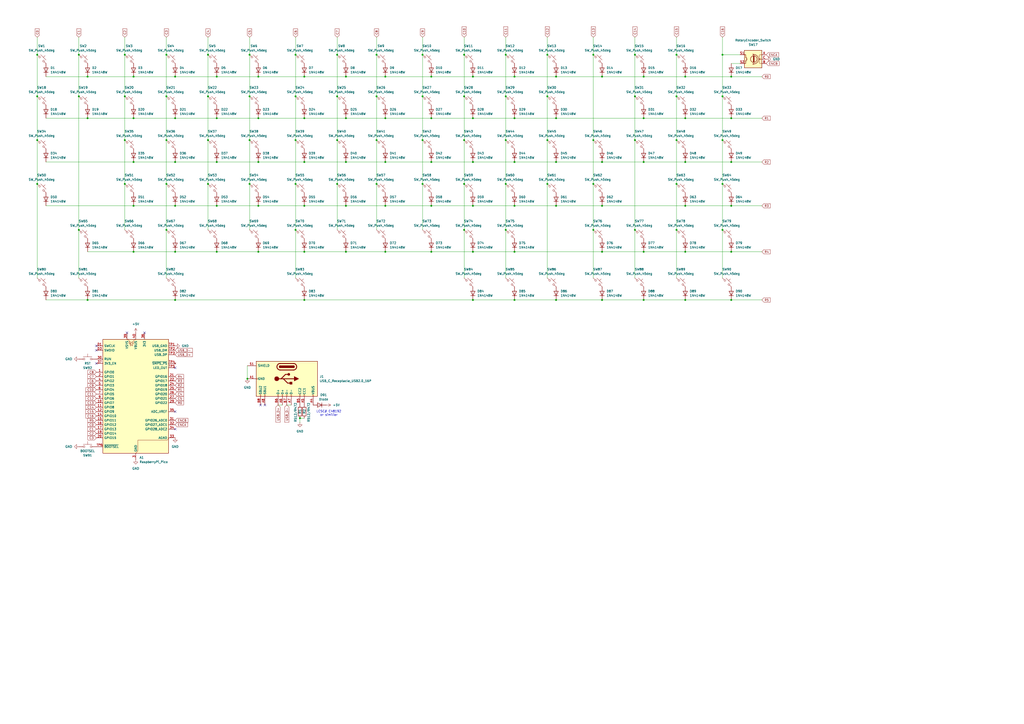
<source format=kicad_sch>
(kicad_sch (version 20250114) (generator "eeschema") (generator_version "9.0")
  (paper "A2")
  (text "LCSC# C48192\nor similiar" (at 190.754 239.776 0) (effects (font (size 1.27 1.27))))
  (junction (at 269.24 55.88))
  (junction (at 149.86 119.38))
  (junction (at 274.32 119.38))
  (junction (at 120.65 81.28))
  (junction (at 349.25 93.98))
  (junction (at 250.19 146.05))
  (junction (at 317.5 55.88))
  (junction (at 245.11 31.75))
  (junction (at 195.58 106.68))
  (junction (at 269.24 31.75))
  (junction (at 392.43 106.68))
  (junction (at 120.65 31.75))
  (junction (at 392.43 55.88))
  (junction (at 200.66 44.45))
  (junction (at 96.52 106.68))
  (junction (at 50.8 44.45))
  (junction (at 173.99 242.57))
  (junction (at 245.11 106.68))
  (junction (at 368.3 133.35))
  (junction (at 397.51 68.58))
  (junction (at 176.53 173.99))
  (junction (at 218.44 31.75))
  (junction (at 171.45 31.75))
  (junction (at 317.5 81.28))
  (junction (at 45.72 31.75))
  (junction (at 77.47 93.98))
  (junction (at 349.25 119.38))
  (junction (at 72.39 81.28))
  (junction (at 96.52 31.75))
  (junction (at 120.65 106.68))
  (junction (at 250.19 93.98))
  (junction (at 419.1 55.88))
  (junction (at 176.53 93.98))
  (junction (at 101.6 119.38))
  (junction (at 218.44 81.28))
  (junction (at 176.53 68.58))
  (junction (at 397.51 119.38))
  (junction (at 171.45 81.28))
  (junction (at 368.3 31.75))
  (junction (at 176.53 146.05))
  (junction (at 50.8 68.58))
  (junction (at 298.45 93.98))
  (junction (at 344.17 106.68))
  (junction (at 144.78 31.75))
  (junction (at 143.51 219.71))
  (junction (at 269.24 133.35))
  (junction (at 373.38 68.58))
  (junction (at 373.38 146.05))
  (junction (at 245.11 81.28))
  (junction (at 144.78 81.28))
  (junction (at 274.32 146.05))
  (junction (at 419.1 31.75))
  (junction (at 223.52 146.05))
  (junction (at 200.66 93.98))
  (junction (at 322.58 68.58))
  (junction (at 274.32 173.99))
  (junction (at 200.66 68.58))
  (junction (at 21.59 31.75))
  (junction (at 50.8 173.99))
  (junction (at 397.51 173.99))
  (junction (at 424.18 68.58))
  (junction (at 171.45 133.35))
  (junction (at 101.6 93.98))
  (junction (at 125.73 146.05))
  (junction (at 72.39 31.75))
  (junction (at 72.39 106.68))
  (junction (at 298.45 68.58))
  (junction (at 195.58 55.88))
  (junction (at 274.32 68.58))
  (junction (at 424.18 93.98))
  (junction (at 125.73 44.45))
  (junction (at 144.78 55.88))
  (junction (at 298.45 146.05))
  (junction (at 176.53 119.38))
  (junction (at 274.32 93.98))
  (junction (at 344.17 133.35))
  (junction (at 125.73 68.58))
  (junction (at 392.43 31.75))
  (junction (at 120.65 55.88))
  (junction (at 322.58 93.98))
  (junction (at 223.52 93.98))
  (junction (at 171.45 106.68))
  (junction (at 125.73 93.98))
  (junction (at 317.5 31.75))
  (junction (at 101.6 68.58))
  (junction (at 269.24 106.68))
  (junction (at 195.58 81.28))
  (junction (at 77.47 44.45))
  (junction (at 77.47 68.58))
  (junction (at 176.53 44.45))
  (junction (at 72.39 55.88))
  (junction (at 298.45 44.45))
  (junction (at 125.73 119.38))
  (junction (at 322.58 44.45))
  (junction (at 269.24 81.28))
  (junction (at 293.37 81.28))
  (junction (at 21.59 81.28))
  (junction (at 149.86 68.58))
  (junction (at 101.6 146.05))
  (junction (at 424.18 119.38))
  (junction (at 218.44 106.68))
  (junction (at 200.66 146.05))
  (junction (at 397.51 146.05))
  (junction (at 317.5 106.68))
  (junction (at 96.52 81.28))
  (junction (at 424.18 146.05))
  (junction (at 250.19 119.38))
  (junction (at 293.37 31.75))
  (junction (at 392.43 133.35))
  (junction (at 96.52 133.35))
  (junction (at 149.86 146.05))
  (junction (at 419.1 106.68))
  (junction (at 424.18 44.45))
  (junction (at 322.58 173.99))
  (junction (at 368.3 81.28))
  (junction (at 200.66 119.38))
  (junction (at 373.38 44.45))
  (junction (at 101.6 173.99))
  (junction (at 144.78 106.68))
  (junction (at 419.1 81.28))
  (junction (at 298.45 119.38))
  (junction (at 322.58 119.38))
  (junction (at 397.51 93.98))
  (junction (at 293.37 133.35))
  (junction (at 250.19 44.45))
  (junction (at 245.11 55.88))
  (junction (at 223.52 68.58))
  (junction (at 349.25 146.05))
  (junction (at 293.37 106.68))
  (junction (at 218.44 55.88))
  (junction (at 101.6 44.45))
  (junction (at 392.43 81.28))
  (junction (at 293.37 55.88))
  (junction (at 250.19 68.58))
  (junction (at 344.17 81.28))
  (junction (at 373.38 173.99))
  (junction (at 298.45 173.99))
  (junction (at 195.58 31.75))
  (junction (at 171.45 55.88))
  (junction (at 45.72 133.35))
  (junction (at 77.47 119.38))
  (junction (at 21.59 55.88))
  (junction (at 424.18 173.99))
  (junction (at 274.32 44.45))
  (junction (at 419.1 133.35))
  (junction (at 344.17 31.75))
  (junction (at 223.52 44.45))
  (junction (at 21.59 106.68))
  (junction (at 349.25 173.99))
  (junction (at 223.52 119.38))
  (junction (at 45.72 55.88))
  (junction (at 373.38 93.98))
  (junction (at 149.86 93.98))
  (junction (at 368.3 55.88))
  (junction (at 96.52 55.88))
  (junction (at 77.47 146.05))
  (junction (at 149.86 44.45))
  (junction (at 349.25 44.45))
  (junction (at 397.51 44.45))
  (no_connect (at 83.82 193.04))
  (no_connect (at 151.13 234.95))
  (no_connect (at 101.6 248.92))
  (no_connect (at 101.6 213.36))
  (no_connect (at 101.6 238.76))
  (no_connect (at 153.67 234.95))
  (no_connect (at 55.88 203.2))
  (no_connect (at 55.88 200.66))
  (no_connect (at 73.66 193.04))
  (no_connect (at 55.88 210.82))
  (wire (pts (xy 298.45 173.99) (xy 322.58 173.99)))
  (wire (pts (xy 419.1 31.75) (xy 419.1 55.88)))
  (wire (pts (xy 171.45 31.75) (xy 171.45 55.88)))
  (wire (pts (xy 392.43 106.68) (xy 392.43 133.35)))
  (wire (pts (xy 424.18 44.45) (xy 441.96 44.45)))
  (wire (pts (xy 223.52 119.38) (xy 250.19 119.38)))
  (wire (pts (xy 144.78 81.28) (xy 144.78 106.68)))
  (wire (pts (xy 368.3 21.59) (xy 368.3 31.75)))
  (wire (pts (xy 419.1 106.68) (xy 419.1 133.35)))
  (wire (pts (xy 368.3 81.28) (xy 368.3 133.35)))
  (wire (pts (xy 317.5 81.28) (xy 317.5 106.68)))
  (wire (pts (xy 424.18 146.05) (xy 441.96 146.05)))
  (wire (pts (xy 218.44 21.59) (xy 218.44 31.75)))
  (wire (pts (xy 101.6 44.45) (xy 125.73 44.45)))
  (wire (pts (xy 250.19 119.38) (xy 274.32 119.38)))
  (wire (pts (xy 344.17 31.75) (xy 344.17 81.28)))
  (wire (pts (xy 26.67 119.38) (xy 77.47 119.38)))
  (wire (pts (xy 144.78 21.59) (xy 144.78 31.75)))
  (wire (pts (xy 274.32 93.98) (xy 298.45 93.98)))
  (wire (pts (xy 424.18 173.99) (xy 441.96 173.99)))
  (wire (pts (xy 21.59 55.88) (xy 21.59 81.28)))
  (wire (pts (xy 120.65 81.28) (xy 120.65 106.68)))
  (wire (pts (xy 368.3 31.75) (xy 368.3 55.88)))
  (wire (pts (xy 101.6 119.38) (xy 125.73 119.38)))
  (wire (pts (xy 176.53 93.98) (xy 200.66 93.98)))
  (wire (pts (xy 373.38 146.05) (xy 397.51 146.05)))
  (wire (pts (xy 218.44 106.68) (xy 218.44 133.35)))
  (wire (pts (xy 392.43 81.28) (xy 392.43 106.68)))
  (wire (pts (xy 120.65 55.88) (xy 120.65 81.28)))
  (wire (pts (xy 72.39 55.88) (xy 72.39 81.28)))
  (wire (pts (xy 392.43 133.35) (xy 392.43 161.29)))
  (wire (pts (xy 176.53 119.38) (xy 200.66 119.38)))
  (wire (pts (xy 223.52 68.58) (xy 250.19 68.58)))
  (wire (pts (xy 298.45 44.45) (xy 322.58 44.45)))
  (wire (pts (xy 274.32 119.38) (xy 298.45 119.38)))
  (wire (pts (xy 149.86 44.45) (xy 176.53 44.45)))
  (wire (pts (xy 72.39 81.28) (xy 72.39 106.68)))
  (wire (pts (xy 96.52 81.28) (xy 96.52 106.68)))
  (wire (pts (xy 349.25 173.99) (xy 373.38 173.99)))
  (wire (pts (xy 21.59 81.28) (xy 21.59 106.68)))
  (wire (pts (xy 45.72 21.59) (xy 45.72 31.75)))
  (wire (pts (xy 50.8 146.05) (xy 77.47 146.05)))
  (wire (pts (xy 96.52 21.59) (xy 96.52 31.75)))
  (wire (pts (xy 161.29 234.95) (xy 163.83 234.95)))
  (wire (pts (xy 274.32 173.99) (xy 298.45 173.99)))
  (wire (pts (xy 45.72 55.88) (xy 45.72 133.35)))
  (wire (pts (xy 143.51 212.09) (xy 143.51 219.71)))
  (wire (pts (xy 293.37 133.35) (xy 293.37 161.29)))
  (wire (pts (xy 274.32 44.45) (xy 298.45 44.45)))
  (wire (pts (xy 250.19 93.98) (xy 274.32 93.98)))
  (wire (pts (xy 125.73 68.58) (xy 149.86 68.58)))
  (wire (pts (xy 317.5 106.68) (xy 317.5 161.29)))
  (wire (pts (xy 101.6 68.58) (xy 125.73 68.58)))
  (wire (pts (xy 26.67 44.45) (xy 50.8 44.45)))
  (wire (pts (xy 419.1 31.75) (xy 429.26 31.75)))
  (wire (pts (xy 269.24 55.88) (xy 269.24 81.28)))
  (wire (pts (xy 419.1 133.35) (xy 419.1 161.29)))
  (wire (pts (xy 298.45 93.98) (xy 322.58 93.98)))
  (wire (pts (xy 344.17 106.68) (xy 344.17 133.35)))
  (wire (pts (xy 322.58 119.38) (xy 349.25 119.38)))
  (wire (pts (xy 144.78 31.75) (xy 144.78 55.88)))
  (wire (pts (xy 419.1 81.28) (xy 419.1 106.68)))
  (wire (pts (xy 218.44 31.75) (xy 218.44 55.88)))
  (wire (pts (xy 250.19 146.05) (xy 274.32 146.05)))
  (wire (pts (xy 373.38 173.99) (xy 397.51 173.99)))
  (wire (pts (xy 72.39 21.59) (xy 72.39 31.75)))
  (wire (pts (xy 72.39 106.68) (xy 72.39 133.35)))
  (wire (pts (xy 274.32 146.05) (xy 298.45 146.05)))
  (wire (pts (xy 144.78 55.88) (xy 144.78 81.28)))
  (wire (pts (xy 21.59 21.59) (xy 21.59 31.75)))
  (wire (pts (xy 293.37 21.59) (xy 293.37 31.75)))
  (wire (pts (xy 344.17 21.59) (xy 344.17 31.75)))
  (wire (pts (xy 293.37 31.75) (xy 293.37 55.88)))
  (wire (pts (xy 250.19 44.45) (xy 274.32 44.45)))
  (wire (pts (xy 72.39 31.75) (xy 72.39 55.88)))
  (wire (pts (xy 77.47 119.38) (xy 101.6 119.38)))
  (wire (pts (xy 397.51 173.99) (xy 424.18 173.99)))
  (wire (pts (xy 223.52 44.45) (xy 250.19 44.45)))
  (wire (pts (xy 373.38 93.98) (xy 397.51 93.98)))
  (wire (pts (xy 392.43 21.59) (xy 392.43 31.75)))
  (wire (pts (xy 245.11 31.75) (xy 245.11 55.88)))
  (wire (pts (xy 368.3 55.88) (xy 368.3 81.28)))
  (wire (pts (xy 120.65 31.75) (xy 120.65 55.88)))
  (wire (pts (xy 419.1 21.59) (xy 419.1 31.75)))
  (wire (pts (xy 96.52 31.75) (xy 96.52 55.88)))
  (wire (pts (xy 317.5 55.88) (xy 317.5 81.28)))
  (wire (pts (xy 173.99 242.57) (xy 173.99 245.11)))
  (wire (pts (xy 322.58 44.45) (xy 349.25 44.45)))
  (wire (pts (xy 424.18 36.83) (xy 429.26 36.83)))
  (wire (pts (xy 397.51 119.38) (xy 424.18 119.38)))
  (wire (pts (xy 195.58 106.68) (xy 195.58 133.35)))
  (wire (pts (xy 373.38 44.45) (xy 397.51 44.45)))
  (wire (pts (xy 349.25 146.05) (xy 373.38 146.05)))
  (wire (pts (xy 96.52 133.35) (xy 96.52 161.29)))
  (wire (pts (xy 322.58 173.99) (xy 349.25 173.99)))
  (wire (pts (xy 101.6 146.05) (xy 125.73 146.05)))
  (wire (pts (xy 298.45 119.38) (xy 322.58 119.38)))
  (wire (pts (xy 26.67 93.98) (xy 77.47 93.98)))
  (wire (pts (xy 200.66 68.58) (xy 223.52 68.58)))
  (wire (pts (xy 176.53 173.99) (xy 274.32 173.99)))
  (wire (pts (xy 397.51 68.58) (xy 424.18 68.58)))
  (wire (pts (xy 293.37 106.68) (xy 293.37 133.35)))
  (wire (pts (xy 45.72 31.75) (xy 45.72 55.88)))
  (wire (pts (xy 223.52 146.05) (xy 250.19 146.05)))
  (wire (pts (xy 50.8 44.45) (xy 77.47 44.45)))
  (wire (pts (xy 200.66 146.05) (xy 223.52 146.05)))
  (wire (pts (xy 298.45 146.05) (xy 349.25 146.05)))
  (wire (pts (xy 245.11 21.59) (xy 245.11 31.75)))
  (wire (pts (xy 274.32 68.58) (xy 298.45 68.58)))
  (wire (pts (xy 26.67 68.58) (xy 50.8 68.58)))
  (wire (pts (xy 120.65 106.68) (xy 120.65 133.35)))
  (wire (pts (xy 392.43 31.75) (xy 392.43 55.88)))
  (wire (pts (xy 77.47 146.05) (xy 101.6 146.05)))
  (wire (pts (xy 317.5 31.75) (xy 317.5 55.88)))
  (wire (pts (xy 173.99 242.57) (xy 176.53 242.57)))
  (wire (pts (xy 171.45 81.28) (xy 171.45 106.68)))
  (wire (pts (xy 344.17 133.35) (xy 344.17 161.29)))
  (wire (pts (xy 21.59 106.68) (xy 21.59 161.29)))
  (wire (pts (xy 45.72 133.35) (xy 45.72 161.29)))
  (wire (pts (xy 245.11 55.88) (xy 245.11 81.28)))
  (wire (pts (xy 397.51 44.45) (xy 424.18 44.45)))
  (wire (pts (xy 293.37 55.88) (xy 293.37 81.28)))
  (wire (pts (xy 269.24 81.28) (xy 269.24 106.68)))
  (wire (pts (xy 77.47 93.98) (xy 101.6 93.98)))
  (wire (pts (xy 149.86 68.58) (xy 176.53 68.58)))
  (wire (pts (xy 269.24 133.35) (xy 269.24 161.29)))
  (wire (pts (xy 149.86 93.98) (xy 176.53 93.98)))
  (wire (pts (xy 322.58 93.98) (xy 349.25 93.98)))
  (wire (pts (xy 176.53 146.05) (xy 200.66 146.05)))
  (wire (pts (xy 424.18 93.98) (xy 441.96 93.98)))
  (wire (pts (xy 171.45 133.35) (xy 171.45 161.29)))
  (wire (pts (xy 195.58 31.75) (xy 195.58 55.88)))
  (wire (pts (xy 218.44 81.28) (xy 218.44 106.68)))
  (wire (pts (xy 419.1 55.88) (xy 419.1 81.28)))
  (wire (pts (xy 424.18 119.38) (xy 441.96 119.38)))
  (wire (pts (xy 293.37 81.28) (xy 293.37 106.68)))
  (wire (pts (xy 171.45 106.68) (xy 171.45 133.35)))
  (wire (pts (xy 424.18 68.58) (xy 441.96 68.58)))
  (wire (pts (xy 269.24 31.75) (xy 269.24 55.88)))
  (wire (pts (xy 317.5 21.59) (xy 317.5 31.75)))
  (wire (pts (xy 298.45 68.58) (xy 322.58 68.58)))
  (wire (pts (xy 96.52 106.68) (xy 96.52 133.35)))
  (wire (pts (xy 322.58 68.58) (xy 373.38 68.58)))
  (wire (pts (xy 245.11 81.28) (xy 245.11 106.68)))
  (wire (pts (xy 21.59 31.75) (xy 21.59 55.88)))
  (wire (pts (xy 223.52 93.98) (xy 250.19 93.98)))
  (wire (pts (xy 344.17 81.28) (xy 344.17 106.68)))
  (wire (pts (xy 200.66 119.38) (xy 223.52 119.38)))
  (wire (pts (xy 195.58 81.28) (xy 195.58 106.68)))
  (wire (pts (xy 200.66 93.98) (xy 223.52 93.98)))
  (wire (pts (xy 125.73 44.45) (xy 149.86 44.45)))
  (wire (pts (xy 195.58 21.59) (xy 195.58 31.75)))
  (wire (pts (xy 218.44 55.88) (xy 218.44 81.28)))
  (wire (pts (xy 269.24 106.68) (xy 269.24 133.35)))
  (wire (pts (xy 77.47 68.58) (xy 101.6 68.58)))
  (wire (pts (xy 101.6 173.99) (xy 176.53 173.99)))
  (wire (pts (xy 269.24 21.59) (xy 269.24 31.75)))
  (wire (pts (xy 50.8 173.99) (xy 101.6 173.99)))
  (wire (pts (xy 349.25 44.45) (xy 373.38 44.45)))
  (wire (pts (xy 368.3 133.35) (xy 368.3 161.29)))
  (wire (pts (xy 144.78 106.68) (xy 144.78 133.35)))
  (wire (pts (xy 125.73 119.38) (xy 149.86 119.38)))
  (wire (pts (xy 171.45 55.88) (xy 171.45 81.28)))
  (wire (pts (xy 166.37 234.95) (xy 168.91 234.95)))
  (wire (pts (xy 125.73 146.05) (xy 149.86 146.05)))
  (wire (pts (xy 149.86 146.05) (xy 176.53 146.05)))
  (wire (pts (xy 195.58 55.88) (xy 195.58 81.28)))
  (wire (pts (xy 397.51 146.05) (xy 424.18 146.05)))
  (wire (pts (xy 125.73 93.98) (xy 149.86 93.98)))
  (wire (pts (xy 176.53 44.45) (xy 200.66 44.45)))
  (wire (pts (xy 200.66 44.45) (xy 223.52 44.45)))
  (wire (pts (xy 349.25 119.38) (xy 397.51 119.38)))
  (wire (pts (xy 245.11 106.68) (xy 245.11 133.35)))
  (wire (pts (xy 250.19 68.58) (xy 274.32 68.58)))
  (wire (pts (xy 96.52 55.88) (xy 96.52 81.28)))
  (wire (pts (xy 149.86 119.38) (xy 176.53 119.38)))
  (wire (pts (xy 176.53 68.58) (xy 200.66 68.58)))
  (wire (pts (xy 397.51 93.98) (xy 424.18 93.98)))
  (wire (pts (xy 349.25 93.98) (xy 373.38 93.98)))
  (wire (pts (xy 101.6 93.98) (xy 125.73 93.98)))
  (wire (pts (xy 373.38 68.58) (xy 397.51 68.58)))
  (wire (pts (xy 120.65 21.59) (xy 120.65 31.75)))
  (wire (pts (xy 50.8 68.58) (xy 77.47 68.58)))
  (wire (pts (xy 392.43 55.88) (xy 392.43 81.28)))
  (wire (pts (xy 77.47 44.45) (xy 101.6 44.45)))
  (wire (pts (xy 171.45 21.59) (xy 171.45 31.75)))
  (wire (pts (xy 26.67 173.99) (xy 50.8 173.99)))
  (global_label "C5" (shape input) (at 101.6 231.14 0) (property "Intersheetrefs" "${INTERSHEET_REFS}" (effects (hide yes))))
  (global_label "C15" (shape input) (at 392.43 21.59 90) (property "Intersheetrefs" "${INTERSHEET_REFS}" (effects (hide yes))))
  (global_label "C8" (shape input) (at 218.44 21.59 90) (property "Intersheetrefs" "${INTERSHEET_REFS}" (effects (hide yes))))
  (global_label "C13" (shape input) (at 344.17 21.59 90) (property "Intersheetrefs" "${INTERSHEET_REFS}" (effects (hide yes))))
  (global_label "R1" (shape input) (at 101.6 226.06 0) (property "Intersheetrefs" "${INTERSHEET_REFS}" (effects (hide yes))))
  (global_label "C11" (shape input) (at 55.88 228.6 180) (property "Intersheetrefs" "${INTERSHEET_REFS}" (effects (hide yes))))
  (global_label "C3" (shape input) (at 96.52 21.59 90) (property "Intersheetrefs" "${INTERSHEET_REFS}" (effects (hide yes))))
  (global_label "C2" (shape input) (at 72.39 21.59 90) (property "Intersheetrefs" "${INTERSHEET_REFS}" (effects (hide yes))))
  (global_label "C13" (shape input) (at 55.88 233.68 180) (property "Intersheetrefs" "${INTERSHEET_REFS}" (effects (hide yes))))
  (global_label "C4" (shape input) (at 101.6 228.6 0) (property "Intersheetrefs" "${INTERSHEET_REFS}" (effects (hide yes))))
  (global_label "C10" (shape input) (at 269.24 21.59 90) (property "Intersheetrefs" "${INTERSHEET_REFS}" (effects (hide yes))))
  (global_label "R3" (shape input) (at 101.6 220.98 0) (property "Intersheetrefs" "${INTERSHEET_REFS}" (effects (hide yes))))
  (global_label "C6" (shape input) (at 55.88 220.98 180) (property "Intersheetrefs" "${INTERSHEET_REFS}" (effects (hide yes))))
  (global_label "C5" (shape input) (at 144.78 21.59 90) (property "Intersheetrefs" "${INTERSHEET_REFS}" (effects (hide yes))))
  (global_label "C4" (shape input) (at 120.65 21.59 90) (property "Intersheetrefs" "${INTERSHEET_REFS}" (effects (hide yes))))
  (global_label "ENCA" (shape input) (at 444.5 31.75 0) (property "Intersheetrefs" "${INTERSHEET_REFS}" (effects (hide yes))))
  (global_label "C8" (shape input) (at 55.88 215.9 180) (property "Intersheetrefs" "${INTERSHEET_REFS}" (effects (hide yes))))
  (global_label "R4" (shape input) (at 101.6 218.44 0) (property "Intersheetrefs" "${INTERSHEET_REFS}" (effects (hide yes))))
  (global_label "ENCB" (shape input) (at 101.6 243.84 0) (property "Intersheetrefs" "${INTERSHEET_REFS}" (effects (hide yes))))
  (global_label "ENCB" (shape input) (at 444.5 36.83 0) (property "Intersheetrefs" "${INTERSHEET_REFS}" (effects (hide yes))))
  (global_label "R0" (shape input) (at 101.6 233.68 0) (property "Intersheetrefs" "${INTERSHEET_REFS}" (effects (hide yes))))
  (global_label "ENCA" (shape input) (at 101.6 246.38 0) (property "Intersheetrefs" "${INTERSHEET_REFS}" (effects (hide yes))))
  (global_label "C6" (shape input) (at 171.45 21.59 90) (property "Intersheetrefs" "${INTERSHEET_REFS}" (effects (hide yes))))
  (global_label "USB_D-" (shape input) (at 166.37 234.95 270) (property "Intersheetrefs" "${INTERSHEET_REFS}" (effects (hide yes))))
  (global_label "C3" (shape input) (at 55.88 254 180) (property "Intersheetrefs" "${INTERSHEET_REFS}" (effects (hide yes))))
  (global_label "R5" (shape input) (at 55.88 243.84 180) (property "Intersheetrefs" "${INTERSHEET_REFS}" (effects (hide yes))))
  (global_label "C15" (shape input) (at 55.88 238.76 180) (property "Intersheetrefs" "${INTERSHEET_REFS}" (effects (hide yes))))
  (global_label "C7" (shape input) (at 195.58 21.59 90) (property "Intersheetrefs" "${INTERSHEET_REFS}" (effects (hide yes))))
  (global_label "C14" (shape input) (at 368.3 21.59 90) (property "Intersheetrefs" "${INTERSHEET_REFS}" (effects (hide yes))))
  (global_label "C12" (shape input) (at 55.88 231.14 180) (property "Intersheetrefs" "${INTERSHEET_REFS}" (effects (hide yes))))
  (global_label "USB_D+" (shape input) (at 101.6 205.74 0) (property "Intersheetrefs" "${INTERSHEET_REFS}" (effects (hide yes))))
  (global_label "R1" (shape input) (at 441.96 68.58 0) (property "Intersheetrefs" "${INTERSHEET_REFS}" (effects (hide yes))))
  (global_label "C16" (shape input) (at 419.1 21.59 90) (property "Intersheetrefs" "${INTERSHEET_REFS}" (effects (hide yes))))
  (global_label "C0" (shape input) (at 21.59 21.59 90) (property "Intersheetrefs" "${INTERSHEET_REFS}" (effects (hide yes))))
  (global_label "R0" (shape input) (at 441.96 44.45 0) (property "Intersheetrefs" "${INTERSHEET_REFS}" (effects (hide yes))))
  (global_label "C2" (shape input) (at 55.88 251.46 180) (property "Intersheetrefs" "${INTERSHEET_REFS}" (effects (hide yes))))
  (global_label "C10" (shape input) (at 55.88 226.06 180) (property "Intersheetrefs" "${INTERSHEET_REFS}" (effects (hide yes))))
  (global_label "USB_D+" (shape input) (at 161.29 234.95 270) (property "Intersheetrefs" "${INTERSHEET_REFS}" (effects (hide yes))))
  (global_label "C0" (shape input) (at 55.88 246.38 180) (property "Intersheetrefs" "${INTERSHEET_REFS}" (effects (hide yes))))
  (global_label "C9" (shape input) (at 245.11 21.59 90) (property "Intersheetrefs" "${INTERSHEET_REFS}" (effects (hide yes))))
  (global_label "USB_D-" (shape input) (at 101.6 203.2 0) (property "Intersheetrefs" "${INTERSHEET_REFS}" (effects (hide yes))))
  (global_label "C16" (shape input) (at 55.88 241.3 180) (property "Intersheetrefs" "${INTERSHEET_REFS}" (effects (hide yes))))
  (global_label "R2" (shape input) (at 441.96 93.98 0) (property "Intersheetrefs" "${INTERSHEET_REFS}" (effects (hide yes))))
  (global_label "C11" (shape input) (at 293.37 21.59 90) (property "Intersheetrefs" "${INTERSHEET_REFS}" (effects (hide yes))))
  (global_label "R2" (shape input) (at 101.6 223.52 0) (property "Intersheetrefs" "${INTERSHEET_REFS}" (effects (hide yes))))
  (global_label "C7" (shape input) (at 55.88 218.44 180) (property "Intersheetrefs" "${INTERSHEET_REFS}" (effects (hide yes))))
  (global_label "C12" (shape input) (at 317.5 21.59 90) (property "Intersheetrefs" "${INTERSHEET_REFS}" (effects (hide yes))))
  (global_label "R5" (shape input) (at 441.96 173.99 0) (property "Intersheetrefs" "${INTERSHEET_REFS}" (effects (hide yes))))
  (global_label "C9" (shape input) (at 55.88 223.52 180) (property "Intersheetrefs" "${INTERSHEET_REFS}" (effects (hide yes))))
  (global_label "C14" (shape input) (at 55.88 236.22 180) (property "Intersheetrefs" "${INTERSHEET_REFS}" (effects (hide yes))))
  (global_label "R4" (shape input) (at 441.96 146.05 0) (property "Intersheetrefs" "${INTERSHEET_REFS}" (effects (hide yes))))
  (global_label "R3" (shape input) (at 441.96 119.38 0) (property "Intersheetrefs" "${INTERSHEET_REFS}" (effects (hide yes))))
  (global_label "C1" (shape input) (at 55.88 248.92 180) (property "Intersheetrefs" "${INTERSHEET_REFS}" (effects (hide yes))))
  (global_label "C1" (shape input) (at 45.72 21.59 90) (property "Intersheetrefs" "${INTERSHEET_REFS}" (effects (hide yes))))
  (symbol (lib_id "Diode:1N4148W") (at 274.32 142.24 90) (unit 1)
    (property "Reference" "D74" (at 276.86 140.9699 90) (effects (justify right)))
    (property "Value" "1N4148W" (at 276.86 143.5099 90) (effects (justify right)))
    (property "Footprint" "Diode_SMD:D_SOD-123" (effects (hide yes)))
    (property "Datasheet" "https://www.vishay.com/docs/85748/1n4148w.pdf" (effects (hide yes)))
    (property "Description" "75V 0.15A Fast Switching Diode, SOD-123" (effects (hide yes)))
    (property "Sim.Device" "D" (effects (hide yes)))
    (property "Sim.Pins" "1=K 2=A" (effects (hide yes)))
  )
  (symbol (lib_id "Switch:SW_Push_45deg") (at 24.13 109.22 0) (unit 1)
    (property "Reference" "SW50" (at 24.13 101.6 0))
    (property "Value" "SW_Push_45deg" (at 24.13 104.14 0))
    (property "Footprint" "keyswitches:Kailh_socket_MX_platemount_plated" (effects (hide yes)))
    (property "Description" "Push button switch, normally open, two pins, 45° tilted" (effects (hide yes)))
  )
  (symbol (lib_id "power:GND") (at 143.51 219.71 0) (unit 1)
    (property "Reference" "#PWR02" (effects (hide yes)))
    (property "Value" "GND" (at 143.51 224.79 0))
    (property "Description" "Power symbol creates a global label with name \"GND\" , ground" (effects (hide yes)))
  )
  (symbol (lib_id "Diode:1N4148W") (at 322.58 64.77 90) (unit 1)
    (property "Reference" "D30" (at 325.12 63.4999 90) (effects (justify right)))
    (property "Value" "1N4148W" (at 325.12 66.0399 90) (effects (justify right)))
    (property "Footprint" "Diode_SMD:D_SOD-123" (effects (hide yes)))
    (property "Datasheet" "https://www.vishay.com/docs/85748/1n4148w.pdf" (effects (hide yes)))
    (property "Description" "75V 0.15A Fast Switching Diode, SOD-123" (effects (hide yes)))
    (property "Sim.Device" "D" (effects (hide yes)))
    (property "Sim.Pins" "1=K 2=A" (effects (hide yes)))
  )
  (symbol (lib_id "Switch:SW_Push_45deg") (at 421.64 163.83 0) (unit 1)
    (property "Reference" "SW90" (at 421.64 156.21 0))
    (property "Value" "SW_Push_45deg" (at 421.64 158.75 0))
    (property "Footprint" "keyswitches:Kailh_socket_MX_platemount_plated" (effects (hide yes)))
    (property "Description" "Push button switch, normally open, two pins, 45° tilted" (effects (hide yes)))
  )
  (symbol (lib_id "Switch:SW_Push_45deg") (at 346.71 163.83 0) (unit 1)
    (property "Reference" "SW87" (at 346.71 156.21 0))
    (property "Value" "SW_Push_45deg" (at 346.71 158.75 0))
    (property "Footprint" "keyswitches:Kailh_socket_MX_platemount_plated" (effects (hide yes)))
    (property "Description" "Push button switch, normally open, two pins, 45° tilted" (effects (hide yes)))
  )
  (symbol (lib_id "Switch:SW_Push_45deg") (at 247.65 135.89 0) (unit 1)
    (property "Reference" "SW73" (at 247.65 128.27 0))
    (property "Value" "SW_Push_45deg" (at 247.65 130.81 0))
    (property "Footprint" "keyswitches:Kailh_socket_MX_platemount_plated" (effects (hide yes)))
    (property "Description" "Push button switch, normally open, two pins, 45° tilted" (effects (hide yes)))
  )
  (symbol (lib_id "Switch:SW_Push_45deg") (at 271.78 58.42 0) (unit 1)
    (property "Reference" "SW28" (at 271.78 50.8 0))
    (property "Value" "SW_Push_45deg" (at 271.78 53.34 0))
    (property "Footprint" "keyswitches:Kailh_socket_MX_platemount_plated" (effects (hide yes)))
    (property "Description" "Push button switch, normally open, two pins, 45° tilted" (effects (hide yes)))
  )
  (symbol (lib_id "Switch:SW_Push_45deg") (at 394.97 163.83 0) (unit 1)
    (property "Reference" "SW89" (at 394.97 156.21 0))
    (property "Value" "SW_Push_45deg" (at 394.97 158.75 0))
    (property "Footprint" "keyswitches:Kailh_socket_MX_platemount_plated" (effects (hide yes)))
    (property "Description" "Push button switch, normally open, two pins, 45° tilted" (effects (hide yes)))
  )
  (symbol (lib_id "Switch:SW_Push_45deg") (at 173.99 58.42 0) (unit 1)
    (property "Reference" "SW24" (at 173.99 50.8 0))
    (property "Value" "SW_Push_45deg" (at 173.99 53.34 0))
    (property "Footprint" "keyswitches:Kailh_socket_MX_platemount_plated" (effects (hide yes)))
    (property "Description" "Push button switch, normally open, two pins, 45° tilted" (effects (hide yes)))
  )
  (symbol (lib_id "Diode:1N4148W") (at 149.86 40.64 90) (unit 1)
    (property "Reference" "D6" (at 152.4 39.3699 90) (effects (justify right)))
    (property "Value" "1N4148W" (at 152.4 41.9099 90) (effects (justify right)))
    (property "Footprint" "Diode_SMD:D_SOD-123" (effects (hide yes)))
    (property "Datasheet" "https://www.vishay.com/docs/85748/1n4148w.pdf" (effects (hide yes)))
    (property "Description" "75V 0.15A Fast Switching Diode, SOD-123" (effects (hide yes)))
    (property "Sim.Device" "D" (effects (hide yes)))
    (property "Sim.Pins" "1=K 2=A" (effects (hide yes)))
  )
  (symbol (lib_id "Switch:SW_Push_45deg") (at 220.98 58.42 0) (unit 1)
    (property "Reference" "SW26" (at 220.98 50.8 0))
    (property "Value" "SW_Push_45deg" (at 220.98 53.34 0))
    (property "Footprint" "keyswitches:Kailh_socket_MX_platemount_plated" (effects (hide yes)))
    (property "Description" "Push button switch, normally open, two pins, 45° tilted" (effects (hide yes)))
  )
  (symbol (lib_id "Switch:SW_Push_45deg") (at 421.64 83.82 0) (unit 1)
    (property "Reference" "SW49" (at 421.64 76.2 0))
    (property "Value" "SW_Push_45deg" (at 421.64 78.74 0))
    (property "Footprint" "keyswitches:Kailh_socket_MX_platemount_plated" (effects (hide yes)))
    (property "Description" "Push button switch, normally open, two pins, 45° tilted" (effects (hide yes)))
  )
  (symbol (lib_id "Diode:1N4148W") (at 373.38 170.18 90) (unit 1)
    (property "Reference" "D88" (at 375.92 168.9099 90) (effects (justify right)))
    (property "Value" "1N4148W" (at 375.92 171.4499 90) (effects (justify right)))
    (property "Footprint" "Diode_SMD:D_SOD-123" (effects (hide yes)))
    (property "Datasheet" "https://www.vishay.com/docs/85748/1n4148w.pdf" (effects (hide yes)))
    (property "Description" "75V 0.15A Fast Switching Diode, SOD-123" (effects (hide yes)))
    (property "Sim.Device" "D" (effects (hide yes)))
    (property "Sim.Pins" "1=K 2=A" (effects (hide yes)))
  )
  (symbol (lib_id "Switch:SW_Push_45deg") (at 48.26 58.42 0) (unit 1)
    (property "Reference" "SW19" (at 48.26 50.8 0))
    (property "Value" "SW_Push_45deg" (at 48.26 53.34 0))
    (property "Footprint" "keyswitches:Kailh_socket_MX_platemount_plated" (effects (hide yes)))
    (property "Description" "Push button switch, normally open, two pins, 45° tilted" (effects (hide yes)))
  )
  (symbol (lib_id "Diode:1N4148W") (at 322.58 40.64 90) (unit 1)
    (property "Reference" "D13" (at 325.12 39.3699 90) (effects (justify right)))
    (property "Value" "1N4148W" (at 325.12 41.9099 90) (effects (justify right)))
    (property "Footprint" "Diode_SMD:D_SOD-123" (effects (hide yes)))
    (property "Datasheet" "https://www.vishay.com/docs/85748/1n4148w.pdf" (effects (hide yes)))
    (property "Description" "75V 0.15A Fast Switching Diode, SOD-123" (effects (hide yes)))
    (property "Sim.Device" "D" (effects (hide yes)))
    (property "Sim.Pins" "1=K 2=A" (effects (hide yes)))
  )
  (symbol (lib_id "Switch:SW_Push_45deg") (at 295.91 109.22 0) (unit 1)
    (property "Reference" "SW60" (at 295.91 101.6 0))
    (property "Value" "SW_Push_45deg" (at 295.91 104.14 0))
    (property "Footprint" "keyswitches:Kailh_socket_MX_platemount_plated" (effects (hide yes)))
    (property "Description" "Push button switch, normally open, two pins, 45° tilted" (effects (hide yes)))
  )
  (symbol (lib_id "Diode:1N4148W") (at 101.6 40.64 90) (unit 1)
    (property "Reference" "D4" (at 104.14 39.3699 90) (effects (justify right)))
    (property "Value" "1N4148W" (at 104.14 41.9099 90) (effects (justify right)))
    (property "Footprint" "Diode_SMD:D_SOD-123" (effects (hide yes)))
    (property "Datasheet" "https://www.vishay.com/docs/85748/1n4148w.pdf" (effects (hide yes)))
    (property "Description" "75V 0.15A Fast Switching Diode, SOD-123" (effects (hide yes)))
    (property "Sim.Device" "D" (effects (hide yes)))
    (property "Sim.Pins" "1=K 2=A" (effects (hide yes)))
  )
  (symbol (lib_id "Switch:SW_Push_45deg") (at 295.91 163.83 0) (unit 1)
    (property "Reference" "SW85" (at 295.91 156.21 0))
    (property "Value" "SW_Push_45deg" (at 295.91 158.75 0))
    (property "Footprint" "keyswitches:Kailh_socket_MX_platemount_plated" (effects (hide yes)))
    (property "Description" "Push button switch, normally open, two pins, 45° tilted" (effects (hide yes)))
  )
  (symbol (lib_id "Switch:SW_Push_45deg") (at 123.19 83.82 0) (unit 1)
    (property "Reference" "SW37" (at 123.19 76.2 0))
    (property "Value" "SW_Push_45deg" (at 123.19 78.74 0))
    (property "Footprint" "keyswitches:Kailh_socket_MX_platemount_plated" (effects (hide yes)))
    (property "Description" "Push button switch, normally open, two pins, 45° tilted" (effects (hide yes)))
  )
  (symbol (lib_id "Switch:SW_Push_45deg") (at 74.93 135.89 0) (unit 1)
    (property "Reference" "SW66" (at 74.93 128.27 0))
    (property "Value" "SW_Push_45deg" (at 74.93 130.81 0))
    (property "Footprint" "keyswitches:Kailh_socket_MX_platemount_plated" (effects (hide yes)))
    (property "Description" "Push button switch, normally open, two pins, 45° tilted" (effects (hide yes)))
  )
  (symbol (lib_id "Switch:SW_Push_45deg") (at 48.26 135.89 0) (unit 1)
    (property "Reference" "SW65" (at 48.26 128.27 0))
    (property "Value" "SW_Push_45deg" (at 48.26 130.81 0))
    (property "Footprint" "keyswitches:Kailh_socket_MX_platemount_plated" (effects (hide yes)))
    (property "Description" "Push button switch, normally open, two pins, 45° tilted" (effects (hide yes)))
  )
  (symbol (lib_id "Switch:SW_Push_45deg") (at 99.06 109.22 0) (unit 1)
    (property "Reference" "SW52" (at 99.06 101.6 0))
    (property "Value" "SW_Push_45deg" (at 99.06 104.14 0))
    (property "Footprint" "keyswitches:Kailh_socket_MX_platemount_plated" (effects (hide yes)))
    (property "Description" "Push button switch, normally open, two pins, 45° tilted" (effects (hide yes)))
  )
  (symbol (lib_id "Switch:SW_Push_45deg") (at 147.32 58.42 0) (unit 1)
    (property "Reference" "SW23" (at 147.32 50.8 0))
    (property "Value" "SW_Push_45deg" (at 147.32 53.34 0))
    (property "Footprint" "keyswitches:Kailh_socket_MX_platemount_plated" (effects (hide yes)))
    (property "Description" "Push button switch, normally open, two pins, 45° tilted" (effects (hide yes)))
  )
  (symbol (lib_id "Diode:1N4148W") (at 274.32 90.17 90) (unit 1)
    (property "Reference" "D43" (at 276.86 88.8999 90) (effects (justify right)))
    (property "Value" "1N4148W" (at 276.86 91.4399 90) (effects (justify right)))
    (property "Footprint" "Diode_SMD:D_SOD-123" (effects (hide yes)))
    (property "Datasheet" "https://www.vishay.com/docs/85748/1n4148w.pdf" (effects (hide yes)))
    (property "Description" "75V 0.15A Fast Switching Diode, SOD-123" (effects (hide yes)))
    (property "Sim.Device" "D" (effects (hide yes)))
    (property "Sim.Pins" "1=K 2=A" (effects (hide yes)))
  )
  (symbol (lib_id "Switch:SW_Push_45deg") (at 173.99 34.29 0) (unit 1)
    (property "Reference" "SW7" (at 173.99 26.67 0))
    (property "Value" "SW_Push_45deg" (at 173.99 29.21 0))
    (property "Footprint" "keyswitches:Kailh_socket_MX_platemount_plated" (effects (hide yes)))
    (property "Description" "Push button switch, normally open, two pins, 45° tilted" (effects (hide yes)))
  )
  (symbol (lib_id "Diode:1N4148W") (at 176.53 170.18 90) (unit 1)
    (property "Reference" "D83" (at 179.07 168.9099 90) (effects (justify right)))
    (property "Value" "1N4148W" (at 179.07 171.4499 90) (effects (justify right)))
    (property "Footprint" "Diode_SMD:D_SOD-123" (effects (hide yes)))
    (property "Datasheet" "https://www.vishay.com/docs/85748/1n4148w.pdf" (effects (hide yes)))
    (property "Description" "75V 0.15A Fast Switching Diode, SOD-123" (effects (hide yes)))
    (property "Sim.Device" "D" (effects (hide yes)))
    (property "Sim.Pins" "1=K 2=A" (effects (hide yes)))
  )
  (symbol (lib_id "Switch:SW_Push_45deg") (at 320.04 58.42 0) (unit 1)
    (property "Reference" "SW30" (at 320.04 50.8 0))
    (property "Value" "SW_Push_45deg" (at 320.04 53.34 0))
    (property "Footprint" "keyswitches:Kailh_socket_MX_platemount_plated" (effects (hide yes)))
    (property "Description" "Push button switch, normally open, two pins, 45° tilted" (effects (hide yes)))
  )
  (symbol (lib_id "Diode:1N4148W") (at 125.73 90.17 90) (unit 1)
    (property "Reference" "D37" (at 128.27 88.8999 90) (effects (justify right)))
    (property "Value" "1N4148W" (at 128.27 91.4399 90) (effects (justify right)))
    (property "Footprint" "Diode_SMD:D_SOD-123" (effects (hide yes)))
    (property "Datasheet" "https://www.vishay.com/docs/85748/1n4148w.pdf" (effects (hide yes)))
    (property "Description" "75V 0.15A Fast Switching Diode, SOD-123" (effects (hide yes)))
    (property "Sim.Device" "D" (effects (hide yes)))
    (property "Sim.Pins" "1=K 2=A" (effects (hide yes)))
  )
  (symbol (lib_id "Diode:1N4148W") (at 77.47 115.57 90) (unit 1)
    (property "Reference" "D51" (at 80.01 114.2999 90) (effects (justify right)))
    (property "Value" "1N4148W" (at 80.01 116.8399 90) (effects (justify right)))
    (property "Footprint" "Diode_SMD:D_SOD-123" (effects (hide yes)))
    (property "Datasheet" "https://www.vishay.com/docs/85748/1n4148w.pdf" (effects (hide yes)))
    (property "Description" "75V 0.15A Fast Switching Diode, SOD-123" (effects (hide yes)))
    (property "Sim.Device" "D" (effects (hide yes)))
    (property "Sim.Pins" "1=K 2=A" (effects (hide yes)))
  )
  (symbol (lib_id "power:+5V") (at 78.74 193.04 0) (unit 1)
    (property "Reference" "#PWR05" (effects (hide yes)))
    (property "Value" "+5V" (at 78.74 187.96 0))
    (property "Description" "Power symbol creates a global label with name \"+5V\"" (effects (hide yes)))
  )
  (symbol (lib_id "Diode:1N4148W") (at 125.73 142.24 90) (unit 1)
    (property "Reference" "D68" (at 128.27 140.9699 90) (effects (justify right)))
    (property "Value" "1N4148W" (at 128.27 143.5099 90) (effects (justify right)))
    (property "Footprint" "Diode_SMD:D_SOD-123" (effects (hide yes)))
    (property "Datasheet" "https://www.vishay.com/docs/85748/1n4148w.pdf" (effects (hide yes)))
    (property "Description" "75V 0.15A Fast Switching Diode, SOD-123" (effects (hide yes)))
    (property "Sim.Device" "D" (effects (hide yes)))
    (property "Sim.Pins" "1=K 2=A" (effects (hide yes)))
  )
  (symbol (lib_id "Diode:1N4148W") (at 397.51 115.57 90) (unit 1)
    (property "Reference" "D63" (at 400.05 114.2999 90) (effects (justify right)))
    (property "Value" "1N4148W" (at 400.05 116.8399 90) (effects (justify right)))
    (property "Footprint" "Diode_SMD:D_SOD-123" (effects (hide yes)))
    (property "Datasheet" "https://www.vishay.com/docs/85748/1n4148w.pdf" (effects (hide yes)))
    (property "Description" "75V 0.15A Fast Switching Diode, SOD-123" (effects (hide yes)))
    (property "Sim.Device" "D" (effects (hide yes)))
    (property "Sim.Pins" "1=K 2=A" (effects (hide yes)))
  )
  (symbol (lib_id "Switch:SW_Push_45deg") (at 320.04 83.82 0) (unit 1)
    (property "Reference" "SW45" (at 320.04 76.2 0))
    (property "Value" "SW_Push_45deg" (at 320.04 78.74 0))
    (property "Footprint" "keyswitches:Kailh_socket_MX_platemount_plated" (effects (hide yes)))
    (property "Description" "Push button switch, normally open, two pins, 45° tilted" (effects (hide yes)))
  )
  (symbol (lib_id "Switch:SW_Push_45deg") (at 346.71 135.89 0) (unit 1)
    (property "Reference" "SW76" (at 346.71 128.27 0))
    (property "Value" "SW_Push_45deg" (at 346.71 130.81 0))
    (property "Footprint" "keyswitches:Kailh_socket_MX_platemount_plated" (effects (hide yes)))
    (property "Description" "Push button switch, normally open, two pins, 45° tilted" (effects (hide yes)))
  )
  (symbol (lib_id "Diode:1N4148W") (at 125.73 40.64 90) (unit 1)
    (property "Reference" "D5" (at 128.27 39.3699 90) (effects (justify right)))
    (property "Value" "1N4148W" (at 128.27 41.9099 90) (effects (justify right)))
    (property "Footprint" "Diode_SMD:D_SOD-123" (effects (hide yes)))
    (property "Datasheet" "https://www.vishay.com/docs/85748/1n4148w.pdf" (effects (hide yes)))
    (property "Description" "75V 0.15A Fast Switching Diode, SOD-123" (effects (hide yes)))
    (property "Sim.Device" "D" (effects (hide yes)))
    (property "Sim.Pins" "1=K 2=A" (effects (hide yes)))
  )
  (symbol (lib_id "Switch:SW_Push_45deg") (at 394.97 58.42 0) (unit 1)
    (property "Reference" "SW32" (at 394.97 50.8 0))
    (property "Value" "SW_Push_45deg" (at 394.97 53.34 0))
    (property "Footprint" "keyswitches:Kailh_socket_MX_platemount_plated" (effects (hide yes)))
    (property "Description" "Push button switch, normally open, two pins, 45° tilted" (effects (hide yes)))
  )
  (symbol (lib_id "power:GND") (at 101.6 254 0) (unit 1)
    (property "Reference" "#PWR07" (effects (hide yes)))
    (property "Value" "GND" (at 101.6 259.08 0))
    (property "Description" "Power symbol creates a global label with name \"GND\" , ground" (effects (hide yes)))
  )
  (symbol (lib_id "Diode:1N4148W") (at 149.86 90.17 90) (unit 1)
    (property "Reference" "D38" (at 152.4 88.8999 90) (effects (justify right)))
    (property "Value" "1N4148W" (at 152.4 91.4399 90) (effects (justify right)))
    (property "Footprint" "Diode_SMD:D_SOD-123" (effects (hide yes)))
    (property "Datasheet" "https://www.vishay.com/docs/85748/1n4148w.pdf" (effects (hide yes)))
    (property "Description" "75V 0.15A Fast Switching Diode, SOD-123" (effects (hide yes)))
    (property "Sim.Device" "D" (effects (hide yes)))
    (property "Sim.Pins" "1=K 2=A" (effects (hide yes)))
  )
  (symbol (lib_id "Switch:SW_Push_45deg") (at 99.06 135.89 0) (unit 1)
    (property "Reference" "SW67" (at 99.06 128.27 0))
    (property "Value" "SW_Push_45deg" (at 99.06 130.81 0))
    (property "Footprint" "keyswitches:Kailh_socket_MX_platemount_plated" (effects (hide yes)))
    (property "Description" "Push button switch, normally open, two pins, 45° tilted" (effects (hide yes)))
  )
  (symbol (lib_id "Switch:SW_Push_45deg") (at 198.12 58.42 0) (unit 1)
    (property "Reference" "SW25" (at 198.12 50.8 0))
    (property "Value" "SW_Push_45deg" (at 198.12 53.34 0))
    (property "Footprint" "keyswitches:Kailh_socket_MX_platemount_plated" (effects (hide yes)))
    (property "Description" "Push button switch, normally open, two pins, 45° tilted" (effects (hide yes)))
  )
  (symbol (lib_id "Switch:SW_Push_45deg") (at 74.93 83.82 0) (unit 1)
    (property "Reference" "SW35" (at 74.93 76.2 0))
    (property "Value" "SW_Push_45deg" (at 74.93 78.74 0))
    (property "Footprint" "keyswitches:Kailh_socket_MX_platemount_plated" (effects (hide yes)))
    (property "Description" "Push button switch, normally open, two pins, 45° tilted" (effects (hide yes)))
  )
  (symbol (lib_id "Switch:SW_Push_45deg") (at 147.32 83.82 0) (unit 1)
    (property "Reference" "SW38" (at 147.32 76.2 0))
    (property "Value" "SW_Push_45deg" (at 147.32 78.74 0))
    (property "Footprint" "keyswitches:Kailh_socket_MX_platemount_plated" (effects (hide yes)))
    (property "Description" "Push button switch, normally open, two pins, 45° tilted" (effects (hide yes)))
  )
  (symbol (lib_id "Diode:1N4148W") (at 77.47 142.24 90) (unit 1)
    (property "Reference" "D66" (at 80.01 140.9699 90) (effects (justify right)))
    (property "Value" "1N4148W" (at 80.01 143.5099 90) (effects (justify right)))
    (property "Footprint" "Diode_SMD:D_SOD-123" (effects (hide yes)))
    (property "Datasheet" "https://www.vishay.com/docs/85748/1n4148w.pdf" (effects (hide yes)))
    (property "Description" "75V 0.15A Fast Switching Diode, SOD-123" (effects (hide yes)))
    (property "Sim.Device" "D" (effects (hide yes)))
    (property "Sim.Pins" "1=K 2=A" (effects (hide yes)))
  )
  (symbol (lib_id "power:+5V") (at 189.23 234.95 270) (unit 1)
    (property "Reference" "#PWR03" (effects (hide yes)))
    (property "Value" "+5V" (at 193.04 234.9499 90) (effects (justify left)))
    (property "Description" "Power symbol creates a global label with name \"+5V\"" (effects (hide yes)))
  )
  (symbol (lib_id "Diode:1N4148W") (at 125.73 115.57 90) (unit 1)
    (property "Reference" "D53" (at 128.27 114.2999 90) (effects (justify right)))
    (property "Value" "1N4148W" (at 128.27 116.8399 90) (effects (justify right)))
    (property "Footprint" "Diode_SMD:D_SOD-123" (effects (hide yes)))
    (property "Datasheet" "https://www.vishay.com/docs/85748/1n4148w.pdf" (effects (hide yes)))
    (property "Description" "75V 0.15A Fast Switching Diode, SOD-123" (effects (hide yes)))
    (property "Sim.Device" "D" (effects (hide yes)))
    (property "Sim.Pins" "1=K 2=A" (effects (hide yes)))
  )
  (symbol (lib_id "Diode:1N4148W") (at 274.32 170.18 90) (unit 1)
    (property "Reference" "D84" (at 276.86 168.9099 90) (effects (justify right)))
    (property "Value" "1N4148W" (at 276.86 171.4499 90) (effects (justify right)))
    (property "Footprint" "Diode_SMD:D_SOD-123" (effects (hide yes)))
    (property "Datasheet" "https://www.vishay.com/docs/85748/1n4148w.pdf" (effects (hide yes)))
    (property "Description" "75V 0.15A Fast Switching Diode, SOD-123" (effects (hide yes)))
    (property "Sim.Device" "D" (effects (hide yes)))
    (property "Sim.Pins" "1=K 2=A" (effects (hide yes)))
  )
  (symbol (lib_id "Diode:1N4148W") (at 50.8 170.18 90) (unit 1)
    (property "Reference" "D81" (at 53.34 168.9099 90) (effects (justify right)))
    (property "Value" "1N4148W" (at 53.34 171.4499 90) (effects (justify right)))
    (property "Footprint" "Diode_SMD:D_SOD-123" (effects (hide yes)))
    (property "Datasheet" "https://www.vishay.com/docs/85748/1n4148w.pdf" (effects (hide yes)))
    (property "Description" "75V 0.15A Fast Switching Diode, SOD-123" (effects (hide yes)))
    (property "Sim.Device" "D" (effects (hide yes)))
    (property "Sim.Pins" "1=K 2=A" (effects (hide yes)))
  )
  (symbol (lib_id "Diode:1N4148W") (at 322.58 90.17 90) (unit 1)
    (property "Reference" "D45" (at 325.12 88.8999 90) (effects (justify right)))
    (property "Value" "1N4148W" (at 325.12 91.4399 90) (effects (justify right)))
    (property "Footprint" "Diode_SMD:D_SOD-123" (effects (hide yes)))
    (property "Datasheet" "https://www.vishay.com/docs/85748/1n4148w.pdf" (effects (hide yes)))
    (property "Description" "75V 0.15A Fast Switching Diode, SOD-123" (effects (hide yes)))
    (property "Sim.Device" "D" (effects (hide yes)))
    (property "Sim.Pins" "1=K 2=A" (effects (hide yes)))
  )
  (symbol (lib_id "Switch:SW_Push") (at 50.8 208.28 0) (unit 1)
    (property "Reference" "SW92" (at 50.8 213.36 0))
    (property "Value" "RST" (at 50.8 210.82 0))
    (property "Footprint" "Button_Switch_SMD:SW_SPST_TS-1088-xR025" (effects (hide yes)))
    (property "Description" "Push button switch, generic, two pins" (effects (hide yes)))
  )
  (symbol (lib_id "Switch:SW_Push_45deg") (at 24.13 83.82 0) (unit 1)
    (property "Reference" "SW34" (at 24.13 76.2 0))
    (property "Value" "SW_Push_45deg" (at 24.13 78.74 0))
    (property "Footprint" "keyswitches:Kailh_socket_MX_platemount_plated" (effects (hide yes)))
    (property "Description" "Push button switch, normally open, two pins, 45° tilted" (effects (hide yes)))
  )
  (symbol (lib_id "Switch:SW_Push_45deg") (at 99.06 163.83 0) (unit 1)
    (property "Reference" "SW82" (at 99.06 156.21 0))
    (property "Value" "SW_Push_45deg" (at 99.06 158.75 0))
    (property "Footprint" "keyswitches:Kailh_socket_MX_platemount_plated" (effects (hide yes)))
    (property "Description" "Push button switch, normally open, two pins, 45° tilted" (effects (hide yes)))
  )
  (symbol (lib_id "Switch:SW_Push_45deg") (at 421.64 109.22 0) (unit 1)
    (property "Reference" "SW64" (at 421.64 101.6 0))
    (property "Value" "SW_Push_45deg" (at 421.64 104.14 0))
    (property "Footprint" "keyswitches:Kailh_socket_MX_platemount_plated" (effects (hide yes)))
    (property "Description" "Push button switch, normally open, two pins, 45° tilted" (effects (hide yes)))
  )
  (symbol (lib_id "power:GND") (at 173.99 245.11 0) (unit 1)
    (property "Reference" "#PWR04" (effects (hide yes)))
    (property "Value" "GND" (at 173.99 250.19 0))
    (property "Description" "Power symbol creates a global label with name \"GND\" , ground" (effects (hide yes)))
  )
  (symbol (lib_id "Switch:SW_Push_45deg") (at 370.84 83.82 0) (unit 1)
    (property "Reference" "SW47" (at 370.84 76.2 0))
    (property "Value" "SW_Push_45deg" (at 370.84 78.74 0))
    (property "Footprint" "keyswitches:Kailh_socket_MX_platemount_plated" (effects (hide yes)))
    (property "Description" "Push button switch, normally open, two pins, 45° tilted" (effects (hide yes)))
  )
  (symbol (lib_id "Diode:1N4148W") (at 176.53 64.77 90) (unit 1)
    (property "Reference" "D24" (at 179.07 63.4999 90) (effects (justify right)))
    (property "Value" "1N4148W" (at 179.07 66.0399 90) (effects (justify right)))
    (property "Footprint" "Diode_SMD:D_SOD-123" (effects (hide yes)))
    (property "Datasheet" "https://www.vishay.com/docs/85748/1n4148w.pdf" (effects (hide yes)))
    (property "Description" "75V 0.15A Fast Switching Diode, SOD-123" (effects (hide yes)))
    (property "Sim.Device" "D" (effects (hide yes)))
    (property "Sim.Pins" "1=K 2=A" (effects (hide yes)))
  )
  (symbol (lib_id "Switch:SW_Push_45deg") (at 346.71 83.82 0) (unit 1)
    (property "Reference" "SW46" (at 346.71 76.2 0))
    (property "Value" "SW_Push_45deg" (at 346.71 78.74 0))
    (property "Footprint" "keyswitches:Kailh_socket_MX_platemount_plated" (effects (hide yes)))
    (property "Description" "Push button switch, normally open, two pins, 45° tilted" (effects (hide yes)))
  )
  (symbol (lib_id "power:GND") (at 78.74 266.7 0) (unit 1)
    (property "Reference" "#PWR08" (effects (hide yes)))
    (property "Value" "GND" (at 78.74 271.78 0))
    (property "Description" "Power symbol creates a global label with name \"GND\" , ground" (effects (hide yes)))
  )
  (symbol (lib_id "Switch:SW_Push_45deg") (at 295.91 83.82 0) (unit 1)
    (property "Reference" "SW44" (at 295.91 76.2 0))
    (property "Value" "SW_Push_45deg" (at 295.91 78.74 0))
    (property "Footprint" "keyswitches:Kailh_socket_MX_platemount_plated" (effects (hide yes)))
    (property "Description" "Push button switch, normally open, two pins, 45° tilted" (effects (hide yes)))
  )
  (symbol (lib_id "Diode:1N4148W") (at 298.45 90.17 90) (unit 1)
    (property "Reference" "D44" (at 300.99 88.8999 90) (effects (justify right)))
    (property "Value" "1N4148W" (at 300.99 91.4399 90) (effects (justify right)))
    (property "Footprint" "Diode_SMD:D_SOD-123" (effects (hide yes)))
    (property "Datasheet" "https://www.vishay.com/docs/85748/1n4148w.pdf" (effects (hide yes)))
    (property "Description" "75V 0.15A Fast Switching Diode, SOD-123" (effects (hide yes)))
    (property "Sim.Device" "D" (effects (hide yes)))
    (property "Sim.Pins" "1=K 2=A" (effects (hide yes)))
  )
  (symbol (lib_id "Switch:SW_Push_45deg") (at 421.64 135.89 0) (unit 1)
    (property "Reference" "SW79" (at 421.64 128.27 0))
    (property "Value" "SW_Push_45deg" (at 421.64 130.81 0))
    (property "Footprint" "keyswitches:Kailh_socket_MX_platemount_plated" (effects (hide yes)))
    (property "Description" "Push button switch, normally open, two pins, 45° tilted" (effects (hide yes)))
  )
  (symbol (lib_id "Diode:1N4148W") (at 125.73 64.77 90) (unit 1)
    (property "Reference" "D22" (at 128.27 63.4999 90) (effects (justify right)))
    (property "Value" "1N4148W" (at 128.27 66.0399 90) (effects (justify right)))
    (property "Footprint" "Diode_SMD:D_SOD-123" (effects (hide yes)))
    (property "Datasheet" "https://www.vishay.com/docs/85748/1n4148w.pdf" (effects (hide yes)))
    (property "Description" "75V 0.15A Fast Switching Diode, SOD-123" (effects (hide yes)))
    (property "Sim.Device" "D" (effects (hide yes)))
    (property "Sim.Pins" "1=K 2=A" (effects (hide yes)))
  )
  (symbol (lib_id "Diode:1N4148W") (at 274.32 40.64 90) (unit 1)
    (property "Reference" "D11" (at 276.86 39.3699 90) (effects (justify right)))
    (property "Value" "1N4148W" (at 276.86 41.9099 90) (effects (justify right)))
    (property "Footprint" "Diode_SMD:D_SOD-123" (effects (hide yes)))
    (property "Datasheet" "https://www.vishay.com/docs/85748/1n4148w.pdf" (effects (hide yes)))
    (property "Description" "75V 0.15A Fast Switching Diode, SOD-123" (effects (hide yes)))
    (property "Sim.Device" "D" (effects (hide yes)))
    (property "Sim.Pins" "1=K 2=A" (effects (hide yes)))
  )
  (symbol (lib_id "Diode:1N4148W") (at 77.47 90.17 90) (unit 1)
    (property "Reference" "D35" (at 80.01 88.8999 90) (effects (justify right)))
    (property "Value" "1N4148W" (at 80.01 91.4399 90) (effects (justify right)))
    (property "Footprint" "Diode_SMD:D_SOD-123" (effects (hide yes)))
    (property "Datasheet" "https://www.vishay.com/docs/85748/1n4148w.pdf" (effects (hide yes)))
    (property "Description" "75V 0.15A Fast Switching Diode, SOD-123" (effects (hide yes)))
    (property "Sim.Device" "D" (effects (hide yes)))
    (property "Sim.Pins" "1=K 2=A" (effects (hide yes)))
  )
  (symbol (lib_id "power:GND") (at 45.72 259.08 270) (unit 1)
    (property "Reference" "#PWR010" (effects (hide yes)))
    (property "Value" "GND" (at 41.91 259.0799 90) (effects (justify right)))
    (property "Description" "Power symbol creates a global label with name \"GND\" , ground" (effects (hide yes)))
  )
  (symbol (lib_id "Diode:1N4148W") (at 77.47 64.77 90) (unit 1)
    (property "Reference" "D20" (at 80.01 63.4999 90) (effects (justify right)))
    (property "Value" "1N4148W" (at 80.01 66.0399 90) (effects (justify right)))
    (property "Footprint" "Diode_SMD:D_SOD-123" (effects (hide yes)))
    (property "Datasheet" "https://www.vishay.com/docs/85748/1n4148w.pdf" (effects (hide yes)))
    (property "Description" "75V 0.15A Fast Switching Diode, SOD-123" (effects (hide yes)))
    (property "Sim.Device" "D" (effects (hide yes)))
    (property "Sim.Pins" "1=K 2=A" (effects (hide yes)))
  )
  (symbol (lib_id "Diode:1N4148W") (at 223.52 115.57 90) (unit 1)
    (property "Reference" "D57" (at 226.06 114.2999 90) (effects (justify right)))
    (property "Value" "1N4148W" (at 226.06 116.8399 90) (effects (justify right)))
    (property "Footprint" "Diode_SMD:D_SOD-123" (effects (hide yes)))
    (property "Datasheet" "https://www.vishay.com/docs/85748/1n4148w.pdf" (effects (hide yes)))
    (property "Description" "75V 0.15A Fast Switching Diode, SOD-123" (effects (hide yes)))
    (property "Sim.Device" "D" (effects (hide yes)))
    (property "Sim.Pins" "1=K 2=A" (effects (hide yes)))
  )
  (symbol (lib_id "Diode:1N4148W") (at 250.19 90.17 90) (unit 1)
    (property "Reference" "D42" (at 252.73 88.8999 90) (effects (justify right)))
    (property "Value" "1N4148W" (at 252.73 91.4399 90) (effects (justify right)))
    (property "Footprint" "Diode_SMD:D_SOD-123" (effects (hide yes)))
    (property "Datasheet" "https://www.vishay.com/docs/85748/1n4148w.pdf" (effects (hide yes)))
    (property "Description" "75V 0.15A Fast Switching Diode, SOD-123" (effects (hide yes)))
    (property "Sim.Device" "D" (effects (hide yes)))
    (property "Sim.Pins" "1=K 2=A" (effects (hide yes)))
  )
  (symbol (lib_id "Diode:1N4148W") (at 149.86 64.77 90) (unit 1)
    (property "Reference" "D23" (at 152.4 63.4999 90) (effects (justify right)))
    (property "Value" "1N4148W" (at 152.4 66.0399 90) (effects (justify right)))
    (property "Footprint" "Diode_SMD:D_SOD-123" (effects (hide yes)))
    (property "Datasheet" "https://www.vishay.com/docs/85748/1n4148w.pdf" (effects (hide yes)))
    (property "Description" "75V 0.15A Fast Switching Diode, SOD-123" (effects (hide yes)))
    (property "Sim.Device" "D" (effects (hide yes)))
    (property "Sim.Pins" "1=K 2=A" (effects (hide yes)))
  )
  (symbol (lib_id "Switch:SW_Push_45deg") (at 123.19 135.89 0) (unit 1)
    (property "Reference" "SW68" (at 123.19 128.27 0))
    (property "Value" "SW_Push_45deg" (at 123.19 130.81 0))
    (property "Footprint" "keyswitches:Kailh_socket_MX_platemount_plated" (effects (hide yes)))
    (property "Description" "Push button switch, normally open, two pins, 45° tilted" (effects (hide yes)))
  )
  (symbol (lib_id "Switch:SW_Push_45deg") (at 271.78 163.83 0) (unit 1)
    (property "Reference" "SW84" (at 271.78 156.21 0))
    (property "Value" "SW_Push_45deg" (at 271.78 158.75 0))
    (property "Footprint" "keyswitches:Kailh_socket_MX_platemount_plated" (effects (hide yes)))
    (property "Description" "Push button switch, normally open, two pins, 45° tilted" (effects (hide yes)))
  )
  (symbol (lib_id "Diode:1N4148W") (at 250.19 40.64 90) (unit 1)
    (property "Reference" "D10" (at 252.73 39.3699 90) (effects (justify right)))
    (property "Value" "1N4148W" (at 252.73 41.9099 90) (effects (justify right)))
    (property "Footprint" "Diode_SMD:D_SOD-123" (effects (hide yes)))
    (property "Datasheet" "https://www.vishay.com/docs/85748/1n4148w.pdf" (effects (hide yes)))
    (property "Description" "75V 0.15A Fast Switching Diode, SOD-123" (effects (hide yes)))
    (property "Sim.Device" "D" (effects (hide yes)))
    (property "Sim.Pins" "1=K 2=A" (effects (hide yes)))
  )
  (symbol (lib_id "Diode:1N4148W") (at 223.52 90.17 90) (unit 1)
    (property "Reference" "D41" (at 226.06 88.8999 90) (effects (justify right)))
    (property "Value" "1N4148W" (at 226.06 91.4399 90) (effects (justify right)))
    (property "Footprint" "Diode_SMD:D_SOD-123" (effects (hide yes)))
    (property "Datasheet" "https://www.vishay.com/docs/85748/1n4148w.pdf" (effects (hide yes)))
    (property "Description" "75V 0.15A Fast Switching Diode, SOD-123" (effects (hide yes)))
    (property "Sim.Device" "D" (effects (hide yes)))
    (property "Sim.Pins" "1=K 2=A" (effects (hide yes)))
  )
  (symbol (lib_id "Device:R") (at 173.99 238.76 0) (mirror y) (unit 1)
    (property "Reference" "R1" (at 173.99 240.03 90) (effects (justify left)))
    (property "Value" "R512/R472" (at 171.45 244.856 90) (effects (justify left)))
    (property "Footprint" "Resistor_SMD:R_0805_2012Metric_Pad1.20x1.40mm_HandSolder" (effects (hide yes)))
    (property "Description" "Resistor" (effects (hide yes)))
  )
  (symbol (lib_id "Diode:1N4148W") (at 349.25 115.57 90) (unit 1)
    (property "Reference" "D62" (at 351.79 114.2999 90) (effects (justify right)))
    (property "Value" "1N4148W" (at 351.79 116.8399 90) (effects (justify right)))
    (property "Footprint" "Diode_SMD:D_SOD-123" (effects (hide yes)))
    (property "Datasheet" "https://www.vishay.com/docs/85748/1n4148w.pdf" (effects (hide yes)))
    (property "Description" "75V 0.15A Fast Switching Diode, SOD-123" (effects (hide yes)))
    (property "Sim.Device" "D" (effects (hide yes)))
    (property "Sim.Pins" "1=K 2=A" (effects (hide yes)))
  )
  (symbol (lib_id "Switch:SW_Push_45deg") (at 24.13 34.29 0) (unit 1)
    (property "Reference" "SW1" (at 24.13 26.67 0))
    (property "Value" "SW_Push_45deg" (at 24.13 29.21 0))
    (property "Footprint" "keyswitches:Kailh_socket_MX_platemount_plated" (effects (hide yes)))
    (property "Description" "Push button switch, normally open, two pins, 45° tilted" (effects (hide yes)))
  )
  (symbol (lib_id "Diode:1N4148W") (at 298.45 40.64 90) (unit 1)
    (property "Reference" "D12" (at 300.99 39.3699 90) (effects (justify right)))
    (property "Value" "1N4148W" (at 300.99 41.9099 90) (effects (justify right)))
    (property "Footprint" "Diode_SMD:D_SOD-123" (effects (hide yes)))
    (property "Datasheet" "https://www.vishay.com/docs/85748/1n4148w.pdf" (effects (hide yes)))
    (property "Description" "75V 0.15A Fast Switching Diode, SOD-123" (effects (hide yes)))
    (property "Sim.Device" "D" (effects (hide yes)))
    (property "Sim.Pins" "1=K 2=A" (effects (hide yes)))
  )
  (symbol (lib_id "Diode:1N4148W") (at 200.66 142.24 90) (unit 1)
    (property "Reference" "D71" (at 203.2 140.9699 90) (effects (justify right)))
    (property "Value" "1N4148W" (at 203.2 143.5099 90) (effects (justify right)))
    (property "Footprint" "Diode_SMD:D_SOD-123" (effects (hide yes)))
    (property "Datasheet" "https://www.vishay.com/docs/85748/1n4148w.pdf" (effects (hide yes)))
    (property "Description" "75V 0.15A Fast Switching Diode, SOD-123" (effects (hide yes)))
    (property "Sim.Device" "D" (effects (hide yes)))
    (property "Sim.Pins" "1=K 2=A" (effects (hide yes)))
  )
  (symbol (lib_id "Switch:SW_Push_45deg") (at 295.91 34.29 0) (unit 1)
    (property "Reference" "SW12" (at 295.91 26.67 0))
    (property "Value" "SW_Push_45deg" (at 295.91 29.21 0))
    (property "Footprint" "keyswitches:Kailh_socket_MX_platemount_plated" (effects (hide yes)))
    (property "Description" "Push button switch, normally open, two pins, 45° tilted" (effects (hide yes)))
  )
  (symbol (lib_id "Switch:SW_Push_45deg") (at 220.98 135.89 0) (unit 1)
    (property "Reference" "SW72" (at 220.98 128.27 0))
    (property "Value" "SW_Push_45deg" (at 220.98 130.81 0))
    (property "Footprint" "keyswitches:Kailh_socket_MX_platemount_plated" (effects (hide yes)))
    (property "Description" "Push button switch, normally open, two pins, 45° tilted" (effects (hide yes)))
  )
  (symbol (lib_id "Diode:1N4148W") (at 149.86 142.24 90) (unit 1)
    (property "Reference" "D69" (at 152.4 140.9699 90) (effects (justify right)))
    (property "Value" "1N4148W" (at 152.4 143.5099 90) (effects (justify right)))
    (property "Footprint" "Diode_SMD:D_SOD-123" (effects (hide yes)))
    (property "Datasheet" "https://www.vishay.com/docs/85748/1n4148w.pdf" (effects (hide yes)))
    (property "Description" "75V 0.15A Fast Switching Diode, SOD-123" (effects (hide yes)))
    (property "Sim.Device" "D" (effects (hide yes)))
    (property "Sim.Pins" "1=K 2=A" (effects (hide yes)))
  )
  (symbol (lib_id "Switch:SW_Push_45deg") (at 394.97 34.29 0) (unit 1)
    (property "Reference" "SW16" (at 394.97 26.67 0))
    (property "Value" "SW_Push_45deg" (at 394.97 29.21 0))
    (property "Footprint" "keyswitches:Kailh_socket_MX_platemount_plated" (effects (hide yes)))
    (property "Description" "Push button switch, normally open, two pins, 45° tilted" (effects (hide yes)))
  )
  (symbol (lib_id "Switch:SW_Push_45deg") (at 247.65 58.42 0) (unit 1)
    (property "Reference" "SW27" (at 247.65 50.8 0))
    (property "Value" "SW_Push_45deg" (at 247.65 53.34 0))
    (property "Footprint" "keyswitches:Kailh_socket_MX_platemount_plated" (effects (hide yes)))
    (property "Description" "Push button switch, normally open, two pins, 45° tilted" (effects (hide yes)))
  )
  (symbol (lib_id "Switch:SW_Push_45deg") (at 220.98 83.82 0) (unit 1)
    (property "Reference" "SW41" (at 220.98 76.2 0))
    (property "Value" "SW_Push_45deg" (at 220.98 78.74 0))
    (property "Footprint" "keyswitches:Kailh_socket_MX_platemount_plated" (effects (hide yes)))
    (property "Description" "Push button switch, normally open, two pins, 45° tilted" (effects (hide yes)))
  )
  (symbol (lib_id "Switch:SW_Push_45deg") (at 123.19 109.22 0) (unit 1)
    (property "Reference" "SW53" (at 123.19 101.6 0))
    (property "Value" "SW_Push_45deg" (at 123.19 104.14 0))
    (property "Footprint" "keyswitches:Kailh_socket_MX_platemount_plated" (effects (hide yes)))
    (property "Description" "Push button switch, normally open, two pins, 45° tilted" (effects (hide yes)))
  )
  (symbol (lib_id "Switch:SW_Push_45deg") (at 74.93 58.42 0) (unit 1)
    (property "Reference" "SW20" (at 74.93 50.8 0))
    (property "Value" "SW_Push_45deg" (at 74.93 53.34 0))
    (property "Footprint" "keyswitches:Kailh_socket_MX_platemount_plated" (effects (hide yes)))
    (property "Description" "Push button switch, normally open, two pins, 45° tilted" (effects (hide yes)))
  )
  (symbol (lib_id "Switch:SW_Push_45deg") (at 173.99 135.89 0) (unit 1)
    (property "Reference" "SW70" (at 173.99 128.27 0))
    (property "Value" "SW_Push_45deg" (at 173.99 130.81 0))
    (property "Footprint" "keyswitches:Kailh_socket_MX_platemount_plated" (effects (hide yes)))
    (property "Description" "Push button switch, normally open, two pins, 45° tilted" (effects (hide yes)))
  )
  (symbol (lib_id "Switch:SW_Push_45deg") (at 48.26 34.29 0) (unit 1)
    (property "Reference" "SW2" (at 48.26 26.67 0))
    (property "Value" "SW_Push_45deg" (at 48.26 29.21 0))
    (property "Footprint" "keyswitches:Kailh_socket_MX_platemount_plated" (effects (hide yes)))
    (property "Description" "Push button switch, normally open, two pins, 45° tilted" (effects (hide yes)))
  )
  (symbol (lib_id "power:GND") (at 444.5 34.29 90) (mirror x) (unit 1)
    (property "Reference" "#PWR01" (effects (hide yes)))
    (property "Value" "GND" (at 448.31 34.2901 90) (effects (justify right)))
    (property "Description" "Power symbol creates a global label with name \"GND\" , ground" (effects (hide yes)))
  )
  (symbol (lib_id "Diode:1N4148W") (at 373.38 64.77 90) (unit 1)
    (property "Reference" "D31" (at 375.92 63.4999 90) (effects (justify right)))
    (property "Value" "1N4148W" (at 375.92 66.0399 90) (effects (justify right)))
    (property "Footprint" "Diode_SMD:D_SOD-123" (effects (hide yes)))
    (property "Datasheet" "https://www.vishay.com/docs/85748/1n4148w.pdf" (effects (hide yes)))
    (property "Description" "75V 0.15A Fast Switching Diode, SOD-123" (effects (hide yes)))
    (property "Sim.Device" "D" (effects (hide yes)))
    (property "Sim.Pins" "1=K 2=A" (effects (hide yes)))
  )
  (symbol (lib_id "Diode:1N4148W") (at 349.25 40.64 90) (unit 1)
    (property "Reference" "D14" (at 351.79 39.3699 90) (effects (justify right)))
    (property "Value" "1N4148W" (at 351.79 41.9099 90) (effects (justify right)))
    (property "Footprint" "Diode_SMD:D_SOD-123" (effects (hide yes)))
    (property "Datasheet" "https://www.vishay.com/docs/85748/1n4148w.pdf" (effects (hide yes)))
    (property "Description" "75V 0.15A Fast Switching Diode, SOD-123" (effects (hide yes)))
    (property "Sim.Device" "D" (effects (hide yes)))
    (property "Sim.Pins" "1=K 2=A" (effects (hide yes)))
  )
  (symbol (lib_id "Diode:1N4148W") (at 298.45 142.24 90) (unit 1)
    (property "Reference" "D75" (at 300.99 140.9699 90) (effects (justify right)))
    (property "Value" "1N4148W" (at 300.99 143.5099 90) (effects (justify right)))
    (property "Footprint" "Diode_SMD:D_SOD-123" (effects (hide yes)))
    (property "Datasheet" "https://www.vishay.com/docs/85748/1n4148w.pdf" (effects (hide yes)))
    (property "Description" "75V 0.15A Fast Switching Diode, SOD-123" (effects (hide yes)))
    (property "Sim.Device" "D" (effects (hide yes)))
    (property "Sim.Pins" "1=K 2=A" (effects (hide yes)))
  )
  (symbol (lib_id "Switch:SW_Push_45deg") (at 394.97 109.22 0) (unit 1)
    (property "Reference" "SW63" (at 394.97 101.6 0))
    (property "Value" "SW_Push_45deg" (at 394.97 104.14 0))
    (property "Footprint" "keyswitches:Kailh_socket_MX_platemount_plated" (effects (hide yes)))
    (property "Description" "Push button switch, normally open, two pins, 45° tilted" (effects (hide yes)))
  )
  (symbol (lib_id "Switch:SW_Push_45deg") (at 346.71 109.22 0) (unit 1)
    (property "Reference" "SW62" (at 346.71 101.6 0))
    (property "Value" "SW_Push_45deg" (at 346.71 104.14 0))
    (property "Footprint" "keyswitches:Kailh_socket_MX_platemount_plated" (effects (hide yes)))
    (property "Description" "Push button switch, normally open, two pins, 45° tilted" (effects (hide yes)))
  )
  (symbol (lib_id "Switch:SW_Push_45deg") (at 123.19 34.29 0) (unit 1)
    (property "Reference" "SW5" (at 123.19 26.67 0))
    (property "Value" "SW_Push_45deg" (at 123.19 29.21 0))
    (property "Footprint" "keyswitches:Kailh_socket_MX_platemount_plated" (effects (hide yes)))
    (property "Description" "Push button switch, normally open, two pins, 45° tilted" (effects (hide yes)))
  )
  (symbol (lib_id "Switch:SW_Push_45deg") (at 247.65 83.82 0) (unit 1)
    (property "Reference" "SW42" (at 247.65 76.2 0))
    (property "Value" "SW_Push_45deg" (at 247.65 78.74 0))
    (property "Footprint" "keyswitches:Kailh_socket_MX_platemount_plated" (effects (hide yes)))
    (property "Description" "Push button switch, normally open, two pins, 45° tilted" (effects (hide yes)))
  )
  (symbol (lib_id "Switch:SW_Push_45deg") (at 198.12 135.89 0) (unit 1)
    (property "Reference" "SW71" (at 198.12 128.27 0))
    (property "Value" "SW_Push_45deg" (at 198.12 130.81 0))
    (property "Footprint" "keyswitches:Kailh_socket_MX_platemount_plated" (effects (hide yes)))
    (property "Description" "Push button switch, normally open, two pins, 45° tilted" (effects (hide yes)))
  )
  (symbol (lib_id "Switch:SW_Push_45deg") (at 320.04 163.83 0) (unit 1)
    (property "Reference" "SW86" (at 320.04 156.21 0))
    (property "Value" "SW_Push_45deg" (at 320.04 158.75 0))
    (property "Footprint" "keyswitches:Kailh_socket_MX_platemount_plated" (effects (hide yes)))
    (property "Description" "Push button switch, normally open, two pins, 45° tilted" (effects (hide yes)))
  )
  (symbol (lib_id "Switch:SW_Push_45deg") (at 198.12 83.82 0) (unit 1)
    (property "Reference" "SW40" (at 198.12 76.2 0))
    (property "Value" "SW_Push_45deg" (at 198.12 78.74 0))
    (property "Footprint" "keyswitches:Kailh_socket_MX_platemount_plated" (effects (hide yes)))
    (property "Description" "Push button switch, normally open, two pins, 45° tilted" (effects (hide yes)))
  )
  (symbol (lib_id "Switch:SW_Push_45deg") (at 48.26 163.83 0) (unit 1)
    (property "Reference" "SW81" (at 48.26 156.21 0))
    (property "Value" "SW_Push_45deg" (at 48.26 158.75 0))
    (property "Footprint" "keyswitches:Kailh_socket_MX_platemount_plated" (effects (hide yes)))
    (property "Description" "Push button switch, normally open, two pins, 45° tilted" (effects (hide yes)))
  )
  (symbol (lib_id "Diode:1N4148W") (at 349.25 142.24 90) (unit 1)
    (property "Reference" "D76" (at 351.79 140.9699 90) (effects (justify right)))
    (property "Value" "1N4148W" (at 351.79 143.5099 90) (effects (justify right)))
    (property "Footprint" "Diode_SMD:D_SOD-123" (effects (hide yes)))
    (property "Datasheet" "https://www.vishay.com/docs/85748/1n4148w.pdf" (effects (hide yes)))
    (property "Description" "75V 0.15A Fast Switching Diode, SOD-123" (effects (hide yes)))
    (property "Sim.Device" "D" (effects (hide yes)))
    (property "Sim.Pins" "1=K 2=A" (effects (hide yes)))
  )
  (symbol (lib_id "Switch:SW_Push_45deg") (at 147.32 135.89 0) (unit 1)
    (property "Reference" "SW69" (at 147.32 128.27 0))
    (property "Value" "SW_Push_45deg" (at 147.32 130.81 0))
    (property "Footprint" "keyswitches:Kailh_socket_MX_platemount_plated" (effects (hide yes)))
    (property "Description" "Push button switch, normally open, two pins, 45° tilted" (effects (hide yes)))
  )
  (symbol (lib_id "Diode:1N4148W") (at 424.18 90.17 90) (unit 1)
    (property "Reference" "D49" (at 426.72 88.8999 90) (effects (justify right)))
    (property "Value" "1N4148W" (at 426.72 91.4399 90) (effects (justify right)))
    (property "Footprint" "Diode_SMD:D_SOD-123" (effects (hide yes)))
    (property "Datasheet" "https://www.vishay.com/docs/85748/1n4148w.pdf" (effects (hide yes)))
    (property "Description" "75V 0.15A Fast Switching Diode, SOD-123" (effects (hide yes)))
    (property "Sim.Device" "D" (effects (hide yes)))
    (property "Sim.Pins" "1=K 2=A" (effects (hide yes)))
  )
  (symbol (lib_id "Switch:SW_Push_45deg") (at 271.78 135.89 0) (unit 1)
    (property "Reference" "SW74" (at 271.78 128.27 0))
    (property "Value" "SW_Push_45deg" (at 271.78 130.81 0))
    (property "Footprint" "keyswitches:Kailh_socket_MX_platemount_plated" (effects (hide yes)))
    (property "Description" "Push button switch, normally open, two pins, 45° tilted" (effects (hide yes)))
  )
  (symbol (lib_id "Diode:1N4148W") (at 223.52 40.64 90) (unit 1)
    (property "Reference" "D9" (at 226.06 39.3699 90) (effects (justify right)))
    (property "Value" "1N4148W" (at 226.06 41.9099 90) (effects (justify right)))
    (property "Footprint" "Diode_SMD:D_SOD-123" (effects (hide yes)))
    (property "Datasheet" "https://www.vishay.com/docs/85748/1n4148w.pdf" (effects (hide yes)))
    (property "Description" "75V 0.15A Fast Switching Diode, SOD-123" (effects (hide yes)))
    (property "Sim.Device" "D" (effects (hide yes)))
    (property "Sim.Pins" "1=K 2=A" (effects (hide yes)))
  )
  (symbol (lib_id "Switch:SW_Push_45deg") (at 99.06 34.29 0) (unit 1)
    (property "Reference" "SW4" (at 99.06 26.67 0))
    (property "Value" "SW_Push_45deg" (at 99.06 29.21 0))
    (property "Footprint" "keyswitches:Kailh_socket_MX_platemount_plated" (effects (hide yes)))
    (property "Description" "Push button switch, normally open, two pins, 45° tilted" (effects (hide yes)))
  )
  (symbol (lib_id "Diode:1N4148W") (at 77.47 40.64 90) (unit 1)
    (property "Reference" "D3" (at 80.01 39.3699 90) (effects (justify right)))
    (property "Value" "1N4148W" (at 80.01 41.9099 90) (effects (justify right)))
    (property "Footprint" "Diode_SMD:D_SOD-123" (effects (hide yes)))
    (property "Datasheet" "https://www.vishay.com/docs/85748/1n4148w.pdf" (effects (hide yes)))
    (property "Description" "75V 0.15A Fast Switching Diode, SOD-123" (effects (hide yes)))
    (property "Sim.Device" "D" (effects (hide yes)))
    (property "Sim.Pins" "1=K 2=A" (effects (hide yes)))
  )
  (symbol (lib_id "Switch:SW_Push_45deg") (at 147.32 34.29 0) (unit 1)
    (property "Reference" "SW6" (at 147.32 26.67 0))
    (property "Value" "SW_Push_45deg" (at 147.32 29.21 0))
    (property "Footprint" "keyswitches:Kailh_socket_MX_platemount_plated" (effects (hide yes)))
    (property "Description" "Push button switch, normally open, two pins, 45° tilted" (effects (hide yes)))
  )
  (symbol (lib_id "Diode:1N4148W") (at 424.18 170.18 90) (unit 1)
    (property "Reference" "D90" (at 426.72 168.9099 90) (effects (justify right)))
    (property "Value" "1N4148W" (at 426.72 171.4499 90) (effects (justify right)))
    (property "Footprint" "Diode_SMD:D_SOD-123" (effects (hide yes)))
    (property "Datasheet" "https://www.vishay.com/docs/85748/1n4148w.pdf" (effects (hide yes)))
    (property "Description" "75V 0.15A Fast Switching Diode, SOD-123" (effects (hide yes)))
    (property "Sim.Device" "D" (effects (hide yes)))
    (property "Sim.Pins" "1=K 2=A" (effects (hide yes)))
  )
  (symbol (lib_id "Diode:1N4148W") (at 176.53 90.17 90) (unit 1)
    (property "Reference" "D39" (at 179.07 88.8999 90) (effects (justify right)))
    (property "Value" "1N4148W" (at 179.07 91.4399 90) (effects (justify right)))
    (property "Footprint" "Diode_SMD:D_SOD-123" (effects (hide yes)))
    (property "Datasheet" "https://www.vishay.com/docs/85748/1n4148w.pdf" (effects (hide yes)))
    (property "Description" "75V 0.15A Fast Switching Diode, SOD-123" (effects (hide yes)))
    (property "Sim.Device" "D" (effects (hide yes)))
    (property "Sim.Pins" "1=K 2=A" (effects (hide yes)))
  )
  (symbol (lib_id "Switch:SW_Push_45deg") (at 173.99 163.83 0) (unit 1)
    (property "Reference" "SW83" (at 173.99 156.21 0))
    (property "Value" "SW_Push_45deg" (at 173.99 158.75 0))
    (property "Footprint" "keyswitches:Kailh_socket_MX_platemount_plated" (effects (hide yes)))
    (property "Description" "Push button switch, normally open, two pins, 45° tilted" (effects (hide yes)))
  )
  (symbol (lib_id "Diode:1N4148W") (at 26.67 40.64 90) (unit 1)
    (property "Reference" "D1" (at 29.21 39.3699 90) (effects (justify right)))
    (property "Value" "1N4148W" (at 29.21 41.9099 90) (effects (justify right)))
    (property "Footprint" "Diode_SMD:D_SOD-123" (effects (hide yes)))
    (property "Datasheet" "https://www.vishay.com/docs/85748/1n4148w.pdf" (effects (hide yes)))
    (property "Description" "75V 0.15A Fast Switching Diode, SOD-123" (effects (hide yes)))
    (property "Sim.Device" "D" (effects (hide yes)))
    (property "Sim.Pins" "1=K 2=A" (effects (hide yes)))
  )
  (symbol (lib_id "Switch:SW_Push_45deg") (at 123.19 58.42 0) (unit 1)
    (property "Reference" "SW22" (at 123.19 50.8 0))
    (property "Value" "SW_Push_45deg" (at 123.19 53.34 0))
    (property "Footprint" "keyswitches:Kailh_socket_MX_platemount_plated" (effects (hide yes)))
    (property "Description" "Push button switch, normally open, two pins, 45° tilted" (effects (hide yes)))
  )
  (symbol (lib_id "Diode:1N4148W") (at 250.19 64.77 90) (unit 1)
    (property "Reference" "D27" (at 252.73 63.4999 90) (effects (justify right)))
    (property "Value" "1N4148W" (at 252.73 66.0399 90) (effects (justify right)))
    (property "Footprint" "Diode_SMD:D_SOD-123" (effects (hide yes)))
    (property "Datasheet" "https://www.vishay.com/docs/85748/1n4148w.pdf" (effects (hide yes)))
    (property "Description" "75V 0.15A Fast Switching Diode, SOD-123" (effects (hide yes)))
    (property "Sim.Device" "D" (effects (hide yes)))
    (property "Sim.Pins" "1=K 2=A" (effects (hide yes)))
  )
  (symbol (lib_id "Diode:1N4148W") (at 298.45 170.18 90) (unit 1)
    (property "Reference" "D85" (at 300.99 168.9099 90) (effects (justify right)))
    (property "Value" "1N4148W" (at 300.99 171.4499 90) (effects (justify right)))
    (property "Footprint" "Diode_SMD:D_SOD-123" (effects (hide yes)))
    (property "Datasheet" "https://www.vishay.com/docs/85748/1n4148w.pdf" (effects (hide yes)))
    (property "Description" "75V 0.15A Fast Switching Diode, SOD-123" (effects (hide yes)))
    (property "Sim.Device" "D" (effects (hide yes)))
    (property "Sim.Pins" "1=K 2=A" (effects (hide yes)))
  )
  (symbol (lib_id "Diode:1N4148W") (at 176.53 40.64 90) (unit 1)
    (property "Reference" "D7" (at 179.07 39.3699 90) (effects (justify right)))
    (property "Value" "1N4148W" (at 179.07 41.9099 90) (effects (justify right)))
    (property "Footprint" "Diode_SMD:D_SOD-123" (effects (hide yes)))
    (property "Datasheet" "https://www.vishay.com/docs/85748/1n4148w.pdf" (effects (hide yes)))
    (property "Description" "75V 0.15A Fast Switching Diode, SOD-123" (effects (hide yes)))
    (property "Sim.Device" "D" (effects (hide yes)))
    (property "Sim.Pins" "1=K 2=A" (effects (hide yes)))
  )
  (symbol (lib_id "Diode:1N4148W") (at 424.18 40.64 90) (unit 1)
    (property "Reference" "D17" (at 426.72 39.3699 90) (effects (justify right)))
    (property "Value" "1N4148W" (at 426.72 41.9099 90) (effects (justify right)))
    (property "Footprint" "Diode_SMD:D_SOD-123" (effects (hide yes)))
    (property "Datasheet" "https://www.vishay.com/docs/85748/1n4148w.pdf" (effects (hide yes)))
    (property "Description" "75V 0.15A Fast Switching Diode, SOD-123" (effects (hide yes)))
    (property "Sim.Device" "D" (effects (hide yes)))
    (property "Sim.Pins" "1=K 2=A" (effects (hide yes)))
  )
  (symbol (lib_id "Switch:SW_Push_45deg") (at 147.32 109.22 0) (unit 1)
    (property "Reference" "SW54" (at 147.32 101.6 0))
    (property "Value" "SW_Push_45deg" (at 147.32 104.14 0))
    (property "Footprint" "keyswitches:Kailh_socket_MX_platemount_plated" (effects (hide yes)))
    (property "Description" "Push button switch, normally open, two pins, 45° tilted" (effects (hide yes)))
  )
  (symbol (lib_id "Switch:SW_Push_45deg") (at 99.06 83.82 0) (unit 1)
    (property "Reference" "SW36" (at 99.06 76.2 0))
    (property "Value" "SW_Push_45deg" (at 99.06 78.74 0))
    (property "Footprint" "keyswitches:Kailh_socket_MX_platemount_plated" (effects (hide yes)))
    (property "Description" "Push button switch, normally open, two pins, 45° tilted" (effects (hide yes)))
  )
  (symbol (lib_id "Diode:1N4148W") (at 50.8 142.24 90) (unit 1)
    (property "Reference" "D65" (at 53.34 140.9699 90) (effects (justify right)))
    (property "Value" "1N4148W" (at 53.34 143.5099 90) (effects (justify right)))
    (property "Footprint" "Diode_SMD:D_SOD-123" (effects (hide yes)))
    (property "Datasheet" "https://www.vishay.com/docs/85748/1n4148w.pdf" (effects (hide yes)))
    (property "Description" "75V 0.15A Fast Switching Diode, SOD-123" (effects (hide yes)))
    (property "Sim.Device" "D" (effects (hide yes)))
    (property "Sim.Pins" "1=K 2=A" (effects (hide yes)))
  )
  (symbol (lib_id "Diode:1N4148W") (at 274.32 115.57 90) (unit 1)
    (property "Reference" "D59" (at 276.86 114.2999 90) (effects (justify right)))
    (property "Value" "1N4148W" (at 276.86 116.8399 90) (effects (justify right)))
    (property "Footprint" "Diode_SMD:D_SOD-123" (effects (hide yes)))
    (property "Datasheet" "https://www.vishay.com/docs/85748/1n4148w.pdf" (effects (hide yes)))
    (property "Description" "75V 0.15A Fast Switching Diode, SOD-123" (effects (hide yes)))
    (property "Sim.Device" "D" (effects (hide yes)))
    (property "Sim.Pins" "1=K 2=A" (effects (hide yes)))
  )
  (symbol (lib_id "Switch:SW_Push_45deg") (at 370.84 34.29 0) (unit 1)
    (property "Reference" "SW15" (at 370.84 26.67 0))
    (property "Value" "SW_Push_45deg" (at 370.84 29.21 0))
    (property "Footprint" "keyswitches:Kailh_socket_MX_platemount_plated" (effects (hide yes)))
    (property "Description" "Push button switch, normally open, two pins, 45° tilted" (effects (hide yes)))
  )
  (symbol (lib_id "Diode:1N4148W") (at 322.58 115.57 90) (unit 1)
    (property "Reference" "D61" (at 325.12 114.2999 90) (effects (justify right)))
    (property "Value" "1N4148W" (at 325.12 116.8399 90) (effects (justify right)))
    (property "Footprint" "Diode_SMD:D_SOD-123" (effects (hide yes)))
    (property "Datasheet" "https://www.vishay.com/docs/85748/1n4148w.pdf" (effects (hide yes)))
    (property "Description" "75V 0.15A Fast Switching Diode, SOD-123" (effects (hide yes)))
    (property "Sim.Device" "D" (effects (hide yes)))
    (property "Sim.Pins" "1=K 2=A" (effects (hide yes)))
  )
  (symbol (lib_id "Diode:1N4148W") (at 397.51 90.17 90) (unit 1)
    (property "Reference" "D48" (at 400.05 88.8999 90) (effects (justify right)))
    (property "Value" "1N4148W" (at 400.05 91.4399 90) (effects (justify right)))
    (property "Footprint" "Diode_SMD:D_SOD-123" (effects (hide yes)))
    (property "Datasheet" "https://www.vishay.com/docs/85748/1n4148w.pdf" (effects (hide yes)))
    (property "Description" "75V 0.15A Fast Switching Diode, SOD-123" (effects (hide yes)))
    (property "Sim.Device" "D" (effects (hide yes)))
    (property "Sim.Pins" "1=K 2=A" (effects (hide yes)))
  )
  (symbol (lib_id "Switch:SW_Push_45deg") (at 271.78 34.29 0) (unit 1)
    (property "Reference" "SW11" (at 271.78 26.67 0))
    (property "Value" "SW_Push_45deg" (at 271.78 29.21 0))
    (property "Footprint" "keyswitches:Kailh_socket_MX_platemount_plated" (effects (hide yes)))
    (property "Description" "Push button switch, normally open, two pins, 45° tilted" (effects (hide yes)))
  )
  (symbol (lib_id "Switch:SW_Push_45deg") (at 370.84 163.83 0) (unit 1)
    (property "Reference" "SW88" (at 370.84 156.21 0))
    (property "Value" "SW_Push_45deg" (at 370.84 158.75 0))
    (property "Footprint" "keyswitches:Kailh_socket_MX_platemount_plated" (effects (hide yes)))
    (property "Description" "Push button switch, normally open, two pins, 45° tilted" (effects (hide yes)))
  )
  (symbol (lib_id "Diode:1N4148W") (at 349.25 90.17 90) (unit 1)
    (property "Reference" "D46" (at 351.79 88.8999 90) (effects (justify right)))
    (property "Value" "1N4148W" (at 351.79 91.4399 90) (effects (justify right)))
    (property "Footprint" "Diode_SMD:D_SOD-123" (effects (hide yes)))
    (property "Datasheet" "https://www.vishay.com/docs/85748/1n4148w.pdf" (effects (hide yes)))
    (property "Description" "75V 0.15A Fast Switching Diode, SOD-123" (effects (hide yes)))
    (property "Sim.Device" "D" (effects (hide yes)))
    (property "Sim.Pins" "1=K 2=A" (effects (hide yes)))
  )
  (symbol (lib_id "Switch:SW_Push_45deg") (at 370.84 58.42 0) (unit 1)
    (property "Reference" "SW31" (at 370.84 50.8 0))
    (property "Value" "SW_Push_45deg" (at 370.84 53.34 0))
    (property "Footprint" "keyswitches:Kailh_socket_MX_platemount_plated" (effects (hide yes)))
    (property "Description" "Push button switch, normally open, two pins, 45° tilted" (effects (hide yes)))
  )
  (symbol (lib_id "Switch:SW_Push_45deg") (at 370.84 135.89 0) (unit 1)
    (property "Reference" "SW77" (at 370.84 128.27 0))
    (property "Value" "SW_Push_45deg" (at 370.84 130.81 0))
    (property "Footprint" "keyswitches:Kailh_socket_MX_platemount_plated" (effects (hide yes)))
    (property "Description" "Push button switch, normally open, two pins, 45° tilted" (effects (hide yes)))
  )
  (symbol (lib_id "Diode:1N4148W") (at 50.8 64.77 90) (unit 1)
    (property "Reference" "D19" (at 53.34 63.4999 90) (effects (justify right)))
    (property "Value" "1N4148W" (at 53.34 66.0399 90) (effects (justify right)))
    (property "Footprint" "Diode_SMD:D_SOD-123" (effects (hide yes)))
    (property "Datasheet" "https://www.vishay.com/docs/85748/1n4148w.pdf" (effects (hide yes)))
    (property "Description" "75V 0.15A Fast Switching Diode, SOD-123" (effects (hide yes)))
    (property "Sim.Device" "D" (effects (hide yes)))
    (property "Sim.Pins" "1=K 2=A" (effects (hide yes)))
  )
  (symbol (lib_id "Diode:1N4148W") (at 322.58 170.18 90) (unit 1)
    (property "Reference" "D86" (at 325.12 168.9099 90) (effects (justify right)))
    (property "Value" "1N4148W" (at 325.12 171.4499 90) (effects (justify right)))
    (property "Footprint" "Diode_SMD:D_SOD-123" (effects (hide yes)))
    (property "Datasheet" "https://www.vishay.com/docs/85748/1n4148w.pdf" (effects (hide yes)))
    (property "Description" "75V 0.15A Fast Switching Diode, SOD-123" (effects (hide yes)))
    (property "Sim.Device" "D" (effects (hide yes)))
    (property "Sim.Pins" "1=K 2=A" (effects (hide yes)))
  )
  (symbol (lib_id "Diode:1N4148W") (at 250.19 115.57 90) (unit 1)
    (property "Reference" "D58" (at 252.73 114.2999 90) (effects (justify right)))
    (property "Value" "1N4148W" (at 252.73 116.8399 90) (effects (justify right)))
    (property "Footprint" "Diode_SMD:D_SOD-123" (effects (hide yes)))
    (property "Datasheet" "https://www.vishay.com/docs/85748/1n4148w.pdf" (effects (hide yes)))
    (property "Description" "75V 0.15A Fast Switching Diode, SOD-123" (effects (hide yes)))
    (property "Sim.Device" "D" (effects (hide yes)))
    (property "Sim.Pins" "1=K 2=A" (effects (hide yes)))
  )
  (symbol (lib_id "Switch:SW_Push_45deg") (at 295.91 58.42 0) (unit 1)
    (property "Reference" "SW29" (at 295.91 50.8 0))
    (property "Value" "SW_Push_45deg" (at 295.91 53.34 0))
    (property "Footprint" "keyswitches:Kailh_socket_MX_platemount_plated" (effects (hide yes)))
    (property "Description" "Push button switch, normally open, two pins, 45° tilted" (effects (hide yes)))
  )
  (symbol (lib_id "Diode:1N4148W") (at 26.67 170.18 90) (unit 1)
    (property "Reference" "D80" (at 29.21 168.9099 90) (effects (justify right)))
    (property "Value" "1N4148W" (at 29.21 171.4499 90) (effects (justify right)))
    (property "Footprint" "Diode_SMD:D_SOD-123" (effects (hide yes)))
    (property "Datasheet" "https://www.vishay.com/docs/85748/1n4148w.pdf" (effects (hide yes)))
    (property "Description" "75V 0.15A Fast Switching Diode, SOD-123" (effects (hide yes)))
    (property "Sim.Device" "D" (effects (hide yes)))
    (property "Sim.Pins" "1=K 2=A" (effects (hide yes)))
  )
  (symbol (lib_id "Diode:1N4148W") (at 149.86 115.57 90) (unit 1)
    (property "Reference" "D54" (at 152.4 114.2999 90) (effects (justify right)))
    (property "Value" "1N4148W" (at 152.4 116.8399 90) (effects (justify right)))
    (property "Footprint" "Diode_SMD:D_SOD-123" (effects (hide yes)))
    (property "Datasheet" "https://www.vishay.com/docs/85748/1n4148w.pdf" (effects (hide yes)))
    (property "Description" "75V 0.15A Fast Switching Diode, SOD-123" (effects (hide yes)))
    (property "Sim.Device" "D" (effects (hide yes)))
    (property "Sim.Pins" "1=K 2=A" (effects (hide yes)))
  )
  (symbol (lib_id "Diode:1N4148W") (at 250.19 142.24 90) (unit 1)
    (property "Reference" "D73" (at 252.73 140.9699 90) (effects (justify right)))
    (property "Value" "1N4148W" (at 252.73 143.5099 90) (effects (justify right)))
    (property "Footprint" "Diode_SMD:D_SOD-123" (effects (hide yes)))
    (property "Datasheet" "https://www.vishay.com/docs/85748/1n4148w.pdf" (effects (hide yes)))
    (property "Description" "75V 0.15A Fast Switching Diode, SOD-123" (effects (hide yes)))
    (property "Sim.Device" "D" (effects (hide yes)))
    (property "Sim.Pins" "1=K 2=A" (effects (hide yes)))
  )
  (symbol (lib_id "ScottoKeebs:Placeholder_Diode") (at 185.42 234.95 180) (unit 1)
    (property "Reference" "D91" (at 187.706 229.108 0))
    (property "Value" "Diode" (at 187.706 231.648 0))
    (property "Footprint" "Diode_SMD:D_SOD-323_HandSoldering" (effects (hide yes)))
    (property "Description" "1N4148 (DO-35) or 1N4148W (SOD-123)" (effects (hide yes)))
    (property "Sim.Device" "D" (effects (hide yes)))
    (property "Sim.Pins" "1=K 2=A" (effects (hide yes)))
  )
  (symbol (lib_id "Diode:1N4148W") (at 26.67 90.17 90) (unit 1)
    (property "Reference" "D34" (at 29.21 88.8999 90) (effects (justify right)))
    (property "Value" "1N4148W" (at 29.21 91.4399 90) (effects (justify right)))
    (property "Footprint" "Diode_SMD:D_SOD-123" (effects (hide yes)))
    (property "Datasheet" "https://www.vishay.com/docs/85748/1n4148w.pdf" (effects (hide yes)))
    (property "Description" "75V 0.15A Fast Switching Diode, SOD-123" (effects (hide yes)))
    (property "Sim.Device" "D" (effects (hide yes)))
    (property "Sim.Pins" "1=K 2=A" (effects (hide yes)))
  )
  (symbol (lib_id "Switch:SW_Push_45deg") (at 220.98 34.29 0) (unit 1)
    (property "Reference" "SW9" (at 220.98 26.67 0))
    (property "Value" "SW_Push_45deg" (at 220.98 29.21 0))
    (property "Footprint" "keyswitches:Kailh_socket_MX_platemount_plated" (effects (hide yes)))
    (property "Description" "Push button switch, normally open, two pins, 45° tilted" (effects (hide yes)))
  )
  (symbol (lib_id "Diode:1N4148W") (at 298.45 115.57 90) (unit 1)
    (property "Reference" "D60" (at 300.99 114.2999 90) (effects (justify right)))
    (property "Value" "1N4148W" (at 300.99 116.8399 90) (effects (justify right)))
    (property "Footprint" "Diode_SMD:D_SOD-123" (effects (hide yes)))
    (property "Datasheet" "https://www.vishay.com/docs/85748/1n4148w.pdf" (effects (hide yes)))
    (property "Description" "75V 0.15A Fast Switching Diode, SOD-123" (effects (hide yes)))
    (property "Sim.Device" "D" (effects (hide yes)))
    (property "Sim.Pins" "1=K 2=A" (effects (hide yes)))
  )
  (symbol (lib_id "Switch:SW_Push_45deg") (at 320.04 34.29 0) (unit 1)
    (property "Reference" "SW13" (at 320.04 26.67 0))
    (property "Value" "SW_Push_45deg" (at 320.04 29.21 0))
    (property "Footprint" "keyswitches:Kailh_socket_MX_platemount_plated" (effects (hide yes)))
    (property "Description" "Push button switch, normally open, two pins, 45° tilted" (effects (hide yes)))
  )
  (symbol (lib_id "Switch:SW_Push_45deg") (at 24.13 163.83 0) (unit 1)
    (property "Reference" "SW80" (at 24.13 156.21 0))
    (property "Value" "SW_Push_45deg" (at 24.13 158.75 0))
    (property "Footprint" "keyswitches:Kailh_socket_MX_platemount_plated" (effects (hide yes)))
    (property "Description" "Push button switch, normally open, two pins, 45° tilted" (effects (hide yes)))
  )
  (symbol (lib_id "Switch:SW_Push_45deg") (at 346.71 34.29 0) (unit 1)
    (property "Reference" "SW14" (at 346.71 26.67 0))
    (property "Value" "SW_Push_45deg" (at 346.71 29.21 0))
    (property "Footprint" "keyswitches:Kailh_socket_MX_platemount_plated" (effects (hide yes)))
    (property "Description" "Push button switch, normally open, two pins, 45° tilted" (effects (hide yes)))
  )
  (symbol (lib_id "Diode:1N4148W") (at 101.6 90.17 90) (unit 1)
    (property "Reference" "D36" (at 104.14 88.8999 90) (effects (justify right)))
    (property "Value" "1N4148W" (at 104.14 91.4399 90) (effects (justify right)))
    (property "Footprint" "Diode_SMD:D_SOD-123" (effects (hide yes)))
    (property "Datasheet" "https://www.vishay.com/docs/85748/1n4148w.pdf" (effects (hide yes)))
    (property "Description" "75V 0.15A Fast Switching Diode, SOD-123" (effects (hide yes)))
    (property "Sim.Device" "D" (effects (hide yes)))
    (property "Sim.Pins" "1=K 2=A" (effects (hide yes)))
  )
  (symbol (lib_id "Switch:SW_Push_45deg") (at 99.06 58.42 0) (unit 1)
    (property "Reference" "SW21" (at 99.06 50.8 0))
    (property "Value" "SW_Push_45deg" (at 99.06 53.34 0))
    (property "Footprint" "keyswitches:Kailh_socket_MX_platemount_plated" (effects (hide yes)))
    (property "Description" "Push button switch, normally open, two pins, 45° tilted" (effects (hide yes)))
  )
  (symbol (lib_id "Switch:SW_Push_45deg") (at 247.65 109.22 0) (unit 1)
    (property "Reference" "SW58" (at 247.65 101.6 0))
    (property "Value" "SW_Push_45deg" (at 247.65 104.14 0))
    (property "Footprint" "keyswitches:Kailh_socket_MX_platemount_plated" (effects (hide yes)))
    (property "Description" "Push button switch, normally open, two pins, 45° tilted" (effects (hide yes)))
  )
  (symbol (lib_id "Diode:1N4148W") (at 373.38 142.24 90) (unit 1)
    (property "Reference" "D77" (at 375.92 140.9699 90) (effects (justify right)))
    (property "Value" "1N4148W" (at 375.92 143.5099 90) (effects (justify right)))
    (property "Footprint" "Diode_SMD:D_SOD-123" (effects (hide yes)))
    (property "Datasheet" "https://www.vishay.com/docs/85748/1n4148w.pdf" (effects (hide yes)))
    (property "Description" "75V 0.15A Fast Switching Diode, SOD-123" (effects (hide yes)))
    (property "Sim.Device" "D" (effects (hide yes)))
    (property "Sim.Pins" "1=K 2=A" (effects (hide yes)))
  )
  (symbol (lib_id "Diode:1N4148W") (at 298.45 64.77 90) (unit 1)
    (property "Reference" "D29" (at 300.99 63.4999 90) (effects (justify right)))
    (property "Value" "1N4148W" (at 300.99 66.0399 90) (effects (justify right)))
    (property "Footprint" "Diode_SMD:D_SOD-123" (effects (hide yes)))
    (property "Datasheet" "https://www.vishay.com/docs/85748/1n4148w.pdf" (effects (hide yes)))
    (property "Description" "75V 0.15A Fast Switching Diode, SOD-123" (effects (hide yes)))
    (property "Sim.Device" "D" (effects (hide yes)))
    (property "Sim.Pins" "1=K 2=A" (effects (hide yes)))
  )
  (symbol (lib_id "Switch:SW_Push_45deg") (at 271.78 83.82 0) (unit 1)
    (property "Reference" "SW43" (at 271.78 76.2 0))
    (property "Value" "SW_Push_45deg" (at 271.78 78.74 0))
    (property "Footprint" "keyswitches:Kailh_socket_MX_platemount_plated" (effects (hide yes)))
    (property "Description" "Push button switch, normally open, two pins, 45° tilted" (effects (hide yes)))
  )
  (symbol (lib_id "Diode:1N4148W") (at 176.53 142.24 90) (unit 1)
    (property "Reference" "D70" (at 179.07 140.9699 90) (effects (justify right)))
    (property "Value" "1N4148W" (at 179.07 143.5099 90) (effects (justify right)))
    (property "Footprint" "Diode_SMD:D_SOD-123" (effects (hide yes)))
    (property "Datasheet" "https://www.vishay.com/docs/85748/1n4148w.pdf" (effects (hide yes)))
    (property "Description" "75V 0.15A Fast Switching Diode, SOD-123" (effects (hide yes)))
    (property "Sim.Device" "D" (effects (hide yes)))
    (property "Sim.Pins" "1=K 2=A" (effects (hide yes)))
  )
  (symbol (lib_id "Diode:1N4148W") (at 200.66 90.17 90) (unit 1)
    (property "Reference" "D40" (at 203.2 88.8999 90) (effects (justify right)))
    (property "Value" "1N4148W" (at 203.2 91.4399 90) (effects (justify right)))
    (property "Footprint" "Diode_SMD:D_SOD-123" (effects (hide yes)))
    (property "Datasheet" "https://www.vishay.com/docs/85748/1n4148w.pdf" (effects (hide yes)))
    (property "Description" "75V 0.15A Fast Switching Diode, SOD-123" (effects (hide yes)))
    (property "Sim.Device" "D" (effects (hide yes)))
    (property "Sim.Pins" "1=K 2=A" (effects (hide yes)))
  )
  (symbol (lib_id "Diode:1N4148W") (at 373.38 40.64 90) (unit 1)
    (property "Reference" "D15" (at 375.92 39.3699 90) (effects (justify right)))
    (property "Value" "1N4148W" (at 375.92 41.9099 90) (effects (justify right)))
    (property "Footprint" "Diode_SMD:D_SOD-123" (effects (hide yes)))
    (property "Datasheet" "https://www.vishay.com/docs/85748/1n4148w.pdf" (effects (hide yes)))
    (property "Description" "75V 0.15A Fast Switching Diode, SOD-123" (effects (hide yes)))
    (property "Sim.Device" "D" (effects (hide yes)))
    (property "Sim.Pins" "1=K 2=A" (effects (hide yes)))
  )
  (symbol (lib_id "MCU_Module:RaspberryPi_Pico_Extensive") (at 78.74 231.14 0) (unit 1)
    (property "Reference" "A1" (at 80.8833 265.43 0) (effects (justify left)))
    (property "Value" "RaspberryPi_Pico" (at 80.8833 267.97 0) (effects (justify left)))
    (property "Footprint" "Module:RaspberryPi_Pico_SMD" (effects (hide yes)))
    (property "Datasheet" "https://datasheets.raspberrypi.com/pico/pico-datasheet.pdf" (effects (hide yes)))
    (property "Description" "Versatile and inexpensive microcontroller module (with full pinout for test point and debug connections) powered by RP2040 dual-core Arm Cortex-M0+ processor up to 133 MHz, 264kB SRAM, 2MB QSPI flash; also supports Raspberry Pi Pico 2" (effects (hide yes)))
  )
  (symbol (lib_id "Diode:1N4148W") (at 26.67 115.57 90) (unit 1)
    (property "Reference" "D50" (at 29.21 114.2999 90) (effects (justify right)))
    (property "Value" "1N4148W" (at 29.21 116.8399 90) (effects (justify right)))
    (property "Footprint" "Diode_SMD:D_SOD-123" (effects (hide yes)))
    (property "Datasheet" "https://www.vishay.com/docs/85748/1n4148w.pdf" (effects (hide yes)))
    (property "Description" "75V 0.15A Fast Switching Diode, SOD-123" (effects (hide yes)))
    (property "Sim.Device" "D" (effects (hide yes)))
    (property "Sim.Pins" "1=K 2=A" (effects (hide yes)))
  )
  (symbol (lib_id "Switch:SW_Push_45deg") (at 320.04 109.22 0) (unit 1)
    (property "Reference" "SW61" (at 320.04 101.6 0))
    (property "Value" "SW_Push_45deg" (at 320.04 104.14 0))
    (property "Footprint" "keyswitches:Kailh_socket_MX_platemount_plated" (effects (hide yes)))
    (property "Description" "Push button switch, normally open, two pins, 45° tilted" (effects (hide yes)))
  )
  (symbol (lib_id "Switch:SW_Push_45deg") (at 24.13 58.42 0) (unit 1)
    (property "Reference" "SW18" (at 24.13 50.8 0))
    (property "Value" "SW_Push_45deg" (at 24.13 53.34 0))
    (property "Footprint" "keyswitches:Kailh_socket_MX_platemount_plated" (effects (hide yes)))
    (property "Description" "Push button switch, normally open, two pins, 45° tilted" (effects (hide yes)))
  )
  (symbol (lib_id "Switch:SW_Push_45deg") (at 198.12 34.29 0) (unit 1)
    (property "Reference" "SW8" (at 198.12 26.67 0))
    (property "Value" "SW_Push_45deg" (at 198.12 29.21 0))
    (property "Footprint" "keyswitches:Kailh_socket_MX_platemount_plated" (effects (hide yes)))
    (property "Description" "Push button switch, normally open, two pins, 45° tilted" (effects (hide yes)))
  )
  (symbol (lib_id "Switch:SW_Push_45deg") (at 394.97 135.89 0) (unit 1)
    (property "Reference" "SW78" (at 394.97 128.27 0))
    (property "Value" "SW_Push_45deg" (at 394.97 130.81 0))
    (property "Footprint" "keyswitches:Kailh_socket_MX_platemount_plated" (effects (hide yes)))
    (property "Description" "Push button switch, normally open, two pins, 45° tilted" (effects (hide yes)))
  )
  (symbol (lib_id "Diode:1N4148W") (at 101.6 170.18 90) (unit 1)
    (property "Reference" "D82" (at 104.14 168.9099 90) (effects (justify right)))
    (property "Value" "1N4148W" (at 104.14 171.4499 90) (effects (justify right)))
    (property "Footprint" "Diode_SMD:D_SOD-123" (effects (hide yes)))
    (property "Datasheet" "https://www.vishay.com/docs/85748/1n4148w.pdf" (effects (hide yes)))
    (property "Description" "75V 0.15A Fast Switching Diode, SOD-123" (effects (hide yes)))
    (property "Sim.Device" "D" (effects (hide yes)))
    (property "Sim.Pins" "1=K 2=A" (effects (hide yes)))
  )
  (symbol (lib_id "Switch:SW_Push_45deg") (at 421.64 58.42 0) (unit 1)
    (property "Reference" "SW33" (at 421.64 50.8 0))
    (property "Value" "SW_Push_45deg" (at 421.64 53.34 0))
    (property "Footprint" "keyswitches:Kailh_socket_MX_platemount_plated" (effects (hide yes)))
    (property "Description" "Push button switch, normally open, two pins, 45° tilted" (effects (hide yes)))
  )
  (symbol (lib_id "Switch:SW_Push_45deg") (at 247.65 34.29 0) (unit 1)
    (property "Reference" "SW10" (at 247.65 26.67 0))
    (property "Value" "SW_Push_45deg" (at 247.65 29.21 0))
    (property "Footprint" "keyswitches:Kailh_socket_MX_platemount_plated" (effects (hide yes)))
    (property "Description" "Push button switch, normally open, two pins, 45° tilted" (effects (hide yes)))
  )
  (symbol (lib_id "Diode:1N4148W") (at 424.18 115.57 90) (unit 1)
    (property "Reference" "D64" (at 426.72 114.2999 90) (effects (justify right)))
    (property "Value" "1N4148W" (at 426.72 116.8399 90) (effects (justify right)))
    (property "Footprint" "Diode_SMD:D_SOD-123" (effects (hide yes)))
    (property "Datasheet" "https://www.vishay.com/docs/85748/1n4148w.pdf" (effects (hide yes)))
    (property "Description" "75V 0.15A Fast Switching Diode, SOD-123" (effects (hide yes)))
    (property "Sim.Device" "D" (effects (hide yes)))
    (property "Sim.Pins" "1=K 2=A" (effects (hide yes)))
  )
  (symbol (lib_id "Diode:1N4148W") (at 101.6 115.57 90) (unit 1)
    (property "Reference" "D52" (at 104.14 114.2999 90) (effects (justify right)))
    (property "Value" "1N4148W" (at 104.14 116.8399 90) (effects (justify right)))
    (property "Footprint" "Diode_SMD:D_SOD-123" (effects (hide yes)))
    (property "Datasheet" "https://www.vishay.com/docs/85748/1n4148w.pdf" (effects (hide yes)))
    (property "Description" "75V 0.15A Fast Switching Diode, SOD-123" (effects (hide yes)))
    (property "Sim.Device" "D" (effects (hide yes)))
    (property "Sim.Pins" "1=K 2=A" (effects (hide yes)))
  )
  (symbol (lib_id "Switch:SW_Push_45deg") (at 173.99 83.82 0) (unit 1)
    (property "Reference" "SW39" (at 173.99 76.2 0))
    (property "Value" "SW_Push_45deg" (at 173.99 78.74 0))
    (property "Footprint" "keyswitches:Kailh_socket_MX_platemount_plated" (effects (hide yes)))
    (property "Description" "Push button switch, normally open, two pins, 45° tilted" (effects (hide yes)))
  )
  (symbol (lib_id "Diode:1N4148W") (at 176.53 115.57 90) (unit 1)
    (property "Reference" "D55" (at 179.07 114.2999 90) (effects (justify right)))
    (property "Value" "1N4148W" (at 179.07 116.8399 90) (effects (justify right)))
    (property "Footprint" "Diode_SMD:D_SOD-123" (effects (hide yes)))
    (property "Datasheet" "https://www.vishay.com/docs/85748/1n4148w.pdf" (effects (hide yes)))
    (property "Description" "75V 0.15A Fast Switching Diode, SOD-123" (effects (hide yes)))
    (property "Sim.Device" "D" (effects (hide yes)))
    (property "Sim.Pins" "1=K 2=A" (effects (hide yes)))
  )
  (symbol (lib_id "Switch:SW_Push_45deg") (at 220.98 109.22 0) (unit 1)
    (property "Reference" "SW57" (at 220.98 101.6 0))
    (property "Value" "SW_Push_45deg" (at 220.98 104.14 0))
    (property "Footprint" "keyswitches:Kailh_socket_MX_platemount_plated" (effects (hide yes)))
    (property "Description" "Push button switch, normally open, two pins, 45° tilted" (effects (hide yes)))
  )
  (symbol (lib_id "Diode:1N4148W") (at 101.6 142.24 90) (unit 1)
    (property "Reference" "D67" (at 104.14 140.9699 90) (effects (justify right)))
    (property "Value" "1N4148W" (at 104.14 143.5099 90) (effects (justify right)))
    (property "Footprint" "Diode_SMD:D_SOD-123" (effects (hide yes)))
    (property "Datasheet" "https://www.vishay.com/docs/85748/1n4148w.pdf" (effects (hide yes)))
    (property "Description" "75V 0.15A Fast Switching Diode, SOD-123" (effects (hide yes)))
    (property "Sim.Device" "D" (effects (hide yes)))
    (property "Sim.Pins" "1=K 2=A" (effects (hide yes)))
  )
  (symbol (lib_id "Diode:1N4148W") (at 397.51 170.18 90) (unit 1)
    (property "Reference" "D89" (at 400.05 168.9099 90) (effects (justify right)))
    (property "Value" "1N4148W" (at 400.05 171.4499 90) (effects (justify right)))
    (property "Footprint" "Diode_SMD:D_SOD-123" (effects (hide yes)))
    (property "Datasheet" "https://www.vishay.com/docs/85748/1n4148w.pdf" (effects (hide yes)))
    (property "Description" "75V 0.15A Fast Switching Diode, SOD-123" (effects (hide yes)))
    (property "Sim.Device" "D" (effects (hide yes)))
    (property "Sim.Pins" "1=K 2=A" (effects (hide yes)))
  )
  (symbol (lib_id "Diode:1N4148W") (at 200.66 40.64 90) (unit 1)
    (property "Reference" "D8" (at 203.2 39.3699 90) (effects (justify right)))
    (property "Value" "1N4148W" (at 203.2 41.9099 90) (effects (justify right)))
    (property "Footprint" "Diode_SMD:D_SOD-123" (effects (hide yes)))
    (property "Datasheet" "https://www.vishay.com/docs/85748/1n4148w.pdf" (effects (hide yes)))
    (property "Description" "75V 0.15A Fast Switching Diode, SOD-123" (effects (hide yes)))
    (property "Sim.Device" "D" (effects (hide yes)))
    (property "Sim.Pins" "1=K 2=A" (effects (hide yes)))
  )
  (symbol (lib_id "Diode:1N4148W") (at 397.51 40.64 90) (unit 1)
    (property "Reference" "D16" (at 400.05 39.3699 90) (effects (justify right)))
    (property "Value" "1N4148W" (at 400.05 41.9099 90) (effects (justify right)))
    (property "Footprint" "Diode_SMD:D_SOD-123" (effects (hide yes)))
    (property "Datasheet" "https://www.vishay.com/docs/85748/1n4148w.pdf" (effects (hide yes)))
    (property "Description" "75V 0.15A Fast Switching Diode, SOD-123" (effects (hide yes)))
    (property "Sim.Device" "D" (effects (hide yes)))
    (property "Sim.Pins" "1=K 2=A" (effects (hide yes)))
  )
  (symbol (lib_id "Diode:1N4148W") (at 349.25 170.18 90) (unit 1)
    (property "Reference" "D87" (at 351.79 168.9099 90) (effects (justify right)))
    (property "Value" "1N4148W" (at 351.79 171.4499 90) (effects (justify right)))
    (property "Footprint" "Diode_SMD:D_SOD-123" (effects (hide yes)))
    (property "Datasheet" "https://www.vishay.com/docs/85748/1n4148w.pdf" (effects (hide yes)))
    (property "Description" "75V 0.15A Fast Switching Diode, SOD-123" (effects (hide yes)))
    (property "Sim.Device" "D" (effects (hide yes)))
    (property "Sim.Pins" "1=K 2=A" (effects (hide yes)))
  )
  (symbol (lib_id "Diode:1N4148W") (at 373.38 90.17 90) (unit 1)
    (property "Reference" "D47" (at 375.92 88.8999 90) (effects (justify right)))
    (property "Value" "1N4148W" (at 375.92 91.4399 90) (effects (justify right)))
    (property "Footprint" "Diode_SMD:D_SOD-123" (effects (hide yes)))
    (property "Datasheet" "https://www.vishay.com/docs/85748/1n4148w.pdf" (effects (hide yes)))
    (property "Description" "75V 0.15A Fast Switching Diode, SOD-123" (effects (hide yes)))
    (property "Sim.Device" "D" (effects (hide yes)))
    (property "Sim.Pins" "1=K 2=A" (effects (hide yes)))
  )
  (symbol (lib_id "Diode:1N4148W") (at 101.6 64.77 90) (unit 1)
    (property "Reference" "D21" (at 104.14 63.4999 90) (effects (justify right)))
    (property "Value" "1N4148W" (at 104.14 66.0399 90) (effects (justify right)))
    (property "Footprint" "Diode_SMD:D_SOD-123" (effects (hide yes)))
    (property "Datasheet" "https://www.vishay.com/docs/85748/1n4148w.pdf" (effects (hide yes)))
    (property "Description" "75V 0.15A Fast Switching Diode, SOD-123" (effects (hide yes)))
    (property "Sim.Device" "D" (effects (hide yes)))
    (property "Sim.Pins" "1=K 2=A" (effects (hide yes)))
  )
  (symbol (lib_id "power:GND") (at 101.6 200.66 90) (unit 1)
    (property "Reference" "#PWR06" (effects (hide yes)))
    (property "Value" "GND" (at 105.41 200.6599 90) (effects (justify right)))
    (property "Description" "Power symbol creates a global label with name \"GND\" , ground" (effects (hide yes)))
  )
  (symbol (lib_id "Switch:SW_Push_45deg") (at 74.93 109.22 0) (unit 1)
    (property "Reference" "SW51" (at 74.93 101.6 0))
    (property "Value" "SW_Push_45deg" (at 74.93 104.14 0))
    (property "Footprint" "keyswitches:Kailh_socket_MX_platemount_plated" (effects (hide yes)))
    (property "Description" "Push button switch, normally open, two pins, 45° tilted" (effects (hide yes)))
  )
  (symbol (lib_id "power:GND") (at 45.72 208.28 270) (unit 1)
    (property "Reference" "#PWR09" (effects (hide yes)))
    (property "Value" "GND" (at 41.91 208.2799 90) (effects (justify right)))
    (property "Description" "Power symbol creates a global label with name \"GND\" , ground" (effects (hide yes)))
  )
  (symbol (lib_id "Diode:1N4148W") (at 274.32 64.77 90) (unit 1)
    (property "Reference" "D28" (at 276.86 63.4999 90) (effects (justify right)))
    (property "Value" "1N4148W" (at 276.86 66.0399 90) (effects (justify right)))
    (property "Footprint" "Diode_SMD:D_SOD-123" (effects (hide yes)))
    (property "Datasheet" "https://www.vishay.com/docs/85748/1n4148w.pdf" (effects (hide yes)))
    (property "Description" "75V 0.15A Fast Switching Diode, SOD-123" (effects (hide yes)))
    (property "Sim.Device" "D" (effects (hide yes)))
    (property "Sim.Pins" "1=K 2=A" (effects (hide yes)))
  )
  (symbol (lib_id "Switch:SW_Push_45deg") (at 295.91 135.89 0) (unit 1)
    (property "Reference" "SW75" (at 295.91 128.27 0))
    (property "Value" "SW_Push_45deg" (at 295.91 130.81 0))
    (property "Footprint" "keyswitches:Kailh_socket_MX_platemount_plated" (effects (hide yes)))
    (property "Description" "Push button switch, normally open, two pins, 45° tilted" (effects (hide yes)))
  )
  (symbol (lib_id "Diode:1N4148W") (at 223.52 64.77 90) (unit 1)
    (property "Reference" "D26" (at 226.06 63.4999 90) (effects (justify right)))
    (property "Value" "1N4148W" (at 226.06 66.0399 90) (effects (justify right)))
    (property "Footprint" "Diode_SMD:D_SOD-123" (effects (hide yes)))
    (property "Datasheet" "https://www.vishay.com/docs/85748/1n4148w.pdf" (effects (hide yes)))
    (property "Description" "75V 0.15A Fast Switching Diode, SOD-123" (effects (hide yes)))
    (property "Sim.Device" "D" (effects (hide yes)))
    (property "Sim.Pins" "1=K 2=A" (effects (hide yes)))
  )
  (symbol (lib_id "Diode:1N4148W") (at 200.66 115.57 90) (unit 1)
    (property "Reference" "D56" (at 203.2 114.2999 90) (effects (justify right)))
    (property "Value" "1N4148W" (at 203.2 116.8399 90) (effects (justify right)))
    (property "Footprint" "Diode_SMD:D_SOD-123" (effects (hide yes)))
    (property "Datasheet" "https://www.vishay.com/docs/85748/1n4148w.pdf" (effects (hide yes)))
    (property "Description" "75V 0.15A Fast Switching Diode, SOD-123" (effects (hide yes)))
    (property "Sim.Device" "D" (effects (hide yes)))
    (property "Sim.Pins" "1=K 2=A" (effects (hide yes)))
  )
  (symbol (lib_id "Switch:SW_Push_45deg") (at 394.97 83.82 0) (unit 1)
    (property "Reference" "SW48" (at 394.97 76.2 0))
    (property "Value" "SW_Push_45deg" (at 394.97 78.74 0))
    (property "Footprint" "keyswitches:Kailh_socket_MX_platemount_plated" (effects (hide yes)))
    (property "Description" "Push button switch, normally open, two pins, 45° tilted" (effects (hide yes)))
  )
  (symbol (lib_id "Diode:1N4148W") (at 424.18 142.24 90) (unit 1)
    (property "Reference" "D79" (at 426.72 140.9699 90) (effects (justify right)))
    (property "Value" "1N4148W" (at 426.72 143.5099 90) (effects (justify right)))
    (property "Footprint" "Diode_SMD:D_SOD-123" (effects (hide yes)))
    (property "Datasheet" "https://www.vishay.com/docs/85748/1n4148w.pdf" (effects (hide yes)))
    (property "Description" "75V 0.15A Fast Switching Diode, SOD-123" (effects (hide yes)))
    (property "Sim.Device" "D" (effects (hide yes)))
    (property "Sim.Pins" "1=K 2=A" (effects (hide yes)))
  )
  (symbol (lib_id "Switch:SW_Push_45deg") (at 271.78 109.22 0) (unit 1)
    (property "Reference" "SW59" (at 271.78 101.6 0))
    (property "Value" "SW_Push_45deg" (at 271.78 104.14 0))
    (property "Footprint" "keyswitches:Kailh_socket_MX_platemount_plated" (effects (hide yes)))
    (property "Description" "Push button switch, normally open, two pins, 45° tilted" (effects (hide yes)))
  )
  (symbol (lib_id "Switch:SW_Push_45deg") (at 198.12 109.22 0) (unit 1)
    (property "Reference" "SW56" (at 198.12 101.6 0))
    (property "Value" "SW_Push_45deg" (at 198.12 104.14 0))
    (property "Footprint" "keyswitches:Kailh_socket_MX_platemount_plated" (effects (hide yes)))
    (property "Description" "Push button switch, normally open, two pins, 45° tilted" (effects (hide yes)))
  )
  (symbol (lib_id "Switch:SW_Push") (at 50.8 259.08 0) (unit 1)
    (property "Reference" "SW91" (at 50.8 264.16 0))
    (property "Value" "BOOTSEL" (at 50.8 261.62 0))
    (property "Footprint" "Button_Switch_SMD:SW_SPST_TS-1088-xR025" (effects (hide yes)))
    (property "Description" "Push button switch, generic, two pins" (effects (hide yes)))
  )
  (symbol (lib_id "Device:RotaryEncoder_Switch") (at 436.88 34.29 0) (mirror y) (unit 1)
    (property "Reference" "SW17" (at 436.88 25.908 0))
    (property "Value" "RotaryEncoder_Switch" (at 436.88 23.368 0))
    (property "Footprint" "Rotary_Encoder:RotaryEncoder_Alps_EC11E-Switch_Vertical_H20mm" (effects (hide yes)))
    (property "Description" "Rotary encoder, dual channel, incremental quadrate outputs, with switch" (effects (hide yes)))
  )
  (symbol (lib_id "Diode:1N4148W") (at 200.66 64.77 90) (unit 1)
    (property "Reference" "D25" (at 203.2 63.4999 90) (effects (justify right)))
    (property "Value" "1N4148W" (at 203.2 66.0399 90) (effects (justify right)))
    (property "Footprint" "Diode_SMD:D_SOD-123" (effects (hide yes)))
    (property "Datasheet" "https://www.vishay.com/docs/85748/1n4148w.pdf" (effects (hide yes)))
    (property "Description" "75V 0.15A Fast Switching Diode, SOD-123" (effects (hide yes)))
    (property "Sim.Device" "D" (effects (hide yes)))
    (property "Sim.Pins" "1=K 2=A" (effects (hide yes)))
  )
  (symbol (lib_id "Diode:1N4148W") (at 424.18 64.77 90) (unit 1)
    (property "Reference" "D33" (at 426.72 63.4999 90) (effects (justify right)))
    (property "Value" "1N4148W" (at 426.72 66.0399 90) (effects (justify right)))
    (property "Footprint" "Diode_SMD:D_SOD-123" (effects (hide yes)))
    (property "Datasheet" "https://www.vishay.com/docs/85748/1n4148w.pdf" (effects (hide yes)))
    (property "Description" "75V 0.15A Fast Switching Diode, SOD-123" (effects (hide yes)))
    (property "Sim.Device" "D" (effects (hide yes)))
    (property "Sim.Pins" "1=K 2=A" (effects (hide yes)))
  )
  (symbol (lib_id "Device:R") (at 176.53 238.76 0) (unit 1)
    (property "Reference" "R2" (at 176.53 240.03 90) (effects (justify left)))
    (property "Value" "R512/R472" (at 179.07 244.856 90) (effects (justify left)))
    (property "Footprint" "Resistor_SMD:R_0805_2012Metric_Pad1.20x1.40mm_HandSolder" (effects (hide yes)))
    (property "Description" "Resistor" (effects (hide yes)))
  )
  (symbol (lib_id "Diode:1N4148W") (at 223.52 142.24 90) (unit 1)
    (property "Reference" "D72" (at 226.06 140.9699 90) (effects (justify right)))
    (property "Value" "1N4148W" (at 226.06 143.5099 90) (effects (justify right)))
    (property "Footprint" "Diode_SMD:D_SOD-123" (effects (hide yes)))
    (property "Datasheet" "https://www.vishay.com/docs/85748/1n4148w.pdf" (effects (hide yes)))
    (property "Description" "75V 0.15A Fast Switching Diode, SOD-123" (effects (hide yes)))
    (property "Sim.Device" "D" (effects (hide yes)))
    (property "Sim.Pins" "1=K 2=A" (effects (hide yes)))
  )
  (symbol (lib_id "Switch:SW_Push_45deg") (at 173.99 109.22 0) (unit 1)
    (property "Reference" "SW55" (at 173.99 101.6 0))
    (property "Value" "SW_Push_45deg" (at 173.99 104.14 0))
    (property "Footprint" "keyswitches:Kailh_socket_MX_platemount_plated" (effects (hide yes)))
    (property "Description" "Push button switch, normally open, two pins, 45° tilted" (effects (hide yes)))
  )
  (symbol (lib_id "Connector:USB_C_Receptacle_USB2.0_16P") (at 166.37 219.71 270) (unit 1)
    (property "Reference" "J1" (at 185.42 218.4399 90) (effects (justify left)))
    (property "Value" "USB_C_Receptacle_USB2.0_16P" (at 185.42 220.9799 90) (effects (justify left)))
    (property "Footprint" "Connector_USB:USB_C_Receptacle_HCTL_HC-TYPE-C-16P-01A" (effects (hide yes)))
    (property "Datasheet" "https://www.usb.org/sites/default/files/documents/usb_type-c.zip" (effects (hide yes)))
    (property "Description" "USB 2.0-only 16P Type-C Receptacle connector" (effects (hide yes)))
  )
  (symbol (lib_id "Diode:1N4148W") (at 50.8 40.64 90) (unit 1)
    (property "Reference" "D2" (at 53.34 39.3699 90) (effects (justify right)))
    (property "Value" "1N4148W" (at 53.34 41.9099 90) (effects (justify right)))
    (property "Footprint" "Diode_SMD:D_SOD-123" (effects (hide yes)))
    (property "Datasheet" "https://www.vishay.com/docs/85748/1n4148w.pdf" (effects (hide yes)))
    (property "Description" "75V 0.15A Fast Switching Diode, SOD-123" (effects (hide yes)))
    (property "Sim.Device" "D" (effects (hide yes)))
    (property "Sim.Pins" "1=K 2=A" (effects (hide yes)))
  )
  (symbol (lib_id "Diode:1N4148W") (at 397.51 64.77 90) (unit 1)
    (property "Reference" "D32" (at 400.05 63.4999 90) (effects (justify right)))
    (property "Value" "1N4148W" (at 400.05 66.0399 90) (effects (justify right)))
    (property "Footprint" "Diode_SMD:D_SOD-123" (effects (hide yes)))
    (property "Datasheet" "https://www.vishay.com/docs/85748/1n4148w.pdf" (effects (hide yes)))
    (property "Description" "75V 0.15A Fast Switching Diode, SOD-123" (effects (hide yes)))
    (property "Sim.Device" "D" (effects (hide yes)))
    (property "Sim.Pins" "1=K 2=A" (effects (hide yes)))
  )
  (symbol (lib_id "Diode:1N4148W") (at 397.51 142.24 90) (unit 1)
    (property "Reference" "D78" (at 400.05 140.9699 90) (effects (justify right)))
    (property "Value" "1N4148W" (at 400.05 143.5099 90) (effects (justify right)))
    (property "Footprint" "Diode_SMD:D_SOD-123" (effects (hide yes)))
    (property "Datasheet" "https://www.vishay.com/docs/85748/1n4148w.pdf" (effects (hide yes)))
    (property "Description" "75V 0.15A Fast Switching Diode, SOD-123" (effects (hide yes)))
    (property "Sim.Device" "D" (effects (hide yes)))
    (property "Sim.Pins" "1=K 2=A" (effects (hide yes)))
  )
  (symbol (lib_id "Switch:SW_Push_45deg") (at 74.93 34.29 0) (unit 1)
    (property "Reference" "SW3" (at 74.93 26.67 0))
    (property "Value" "SW_Push_45deg" (at 74.93 29.21 0))
    (property "Footprint" "keyswitches:Kailh_socket_MX_platemount_plated" (effects (hide yes)))
    (property "Description" "Push button switch, normally open, two pins, 45° tilted" (effects (hide yes)))
  )
  (symbol (lib_id "Diode:1N4148W") (at 26.67 64.77 90) (unit 1)
    (property "Reference" "D18" (at 29.21 63.4999 90) (effects (justify right)))
    (property "Value" "1N4148W" (at 29.21 66.0399 90) (effects (justify right)))
    (property "Footprint" "Diode_SMD:D_SOD-123" (effects (hide yes)))
    (property "Datasheet" "https://www.vishay.com/docs/85748/1n4148w.pdf" (effects (hide yes)))
    (property "Description" "75V 0.15A Fast Switching Diode, SOD-123" (effects (hide yes)))
    (property "Sim.Device" "D" (effects (hide yes)))
    (property "Sim.Pins" "1=K 2=A" (effects (hide yes)))
  )
)
</source>
